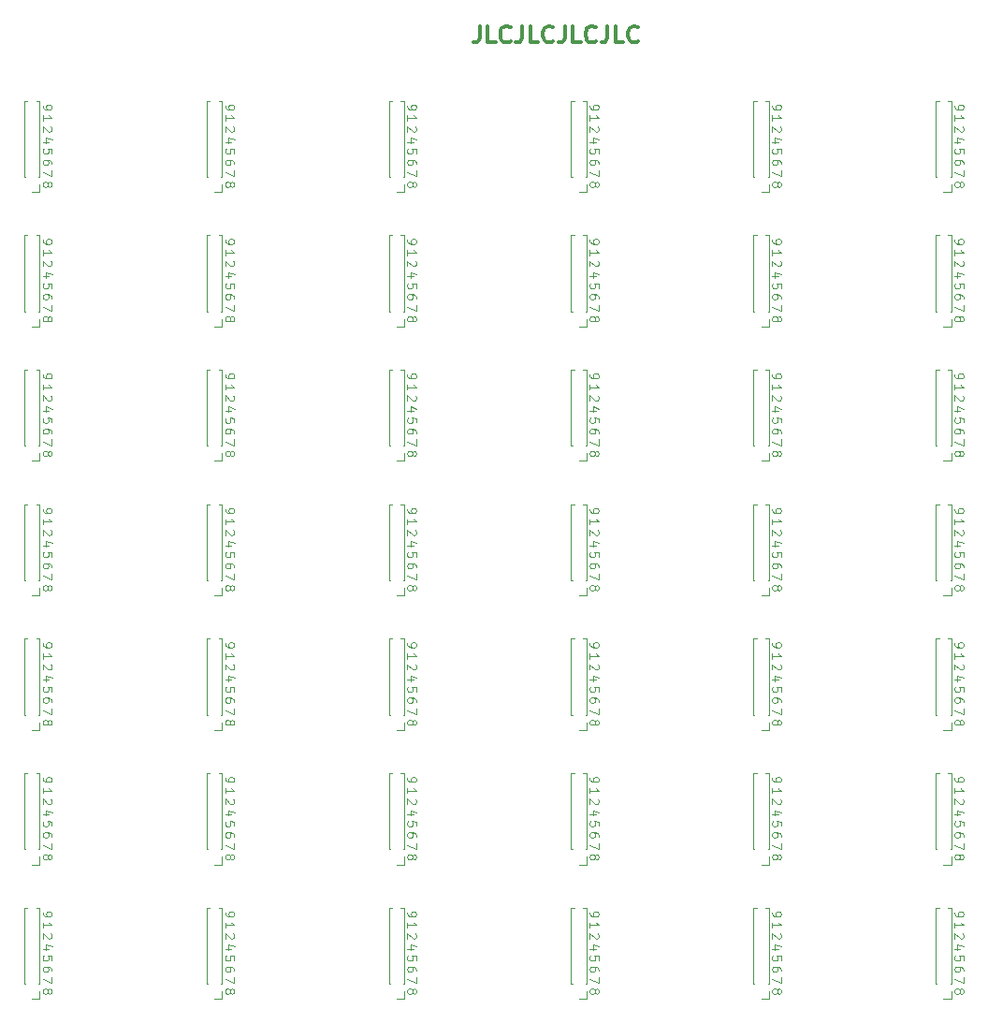
<source format=gto>
%TF.GenerationSoftware,KiCad,Pcbnew,(6.0.2)*%
%TF.CreationDate,2022-02-28T22:32:22+01:00*%
%TF.ProjectId,microsd-breakout-6x7,6d696372-6f73-4642-9d62-7265616b6f75,rev?*%
%TF.SameCoordinates,Original*%
%TF.FileFunction,Legend,Top*%
%TF.FilePolarity,Positive*%
%FSLAX46Y46*%
G04 Gerber Fmt 4.6, Leading zero omitted, Abs format (unit mm)*
G04 Created by KiCad (PCBNEW (6.0.2)) date 2022-02-28 22:32:22*
%MOMM*%
%LPD*%
G01*
G04 APERTURE LIST*
%ADD10C,0.100000*%
%ADD11C,0.300000*%
%ADD12C,0.120000*%
G04 APERTURE END LIST*
D10*
X62088108Y-52334978D02*
X62088108Y-52182598D01*
X62050013Y-52106407D01*
X62011917Y-52068312D01*
X61897632Y-51992121D01*
X61745251Y-51954026D01*
X61440489Y-51954026D01*
X61364298Y-51992121D01*
X61326203Y-52030217D01*
X61288108Y-52106407D01*
X61288108Y-52258788D01*
X61326203Y-52334978D01*
X61364298Y-52373074D01*
X61440489Y-52411169D01*
X61630965Y-52411169D01*
X61707155Y-52373074D01*
X61745251Y-52334978D01*
X61783346Y-52258788D01*
X61783346Y-52106407D01*
X61745251Y-52030217D01*
X61707155Y-51992121D01*
X61630965Y-51954026D01*
X45588082Y-52334978D02*
X45588082Y-52182598D01*
X45549987Y-52106407D01*
X45511891Y-52068312D01*
X45397606Y-51992121D01*
X45245225Y-51954026D01*
X44940463Y-51954026D01*
X44864272Y-51992121D01*
X44826177Y-52030217D01*
X44788082Y-52106407D01*
X44788082Y-52258788D01*
X44826177Y-52334978D01*
X44864272Y-52373074D01*
X44940463Y-52411169D01*
X45130939Y-52411169D01*
X45207129Y-52373074D01*
X45245225Y-52334978D01*
X45283320Y-52258788D01*
X45283320Y-52106407D01*
X45245225Y-52030217D01*
X45207129Y-51992121D01*
X45130939Y-51954026D01*
X78588134Y-52334978D02*
X78588134Y-52182598D01*
X78550039Y-52106407D01*
X78511943Y-52068312D01*
X78397658Y-51992121D01*
X78245277Y-51954026D01*
X77940515Y-51954026D01*
X77864324Y-51992121D01*
X77826229Y-52030217D01*
X77788134Y-52106407D01*
X77788134Y-52258788D01*
X77826229Y-52334978D01*
X77864324Y-52373074D01*
X77940515Y-52411169D01*
X78130991Y-52411169D01*
X78207181Y-52373074D01*
X78245277Y-52334978D01*
X78283372Y-52258788D01*
X78283372Y-52106407D01*
X78245277Y-52030217D01*
X78207181Y-51992121D01*
X78130991Y-51954026D01*
X95088160Y-52334978D02*
X95088160Y-52182598D01*
X95050065Y-52106407D01*
X95011969Y-52068312D01*
X94897684Y-51992121D01*
X94745303Y-51954026D01*
X94440541Y-51954026D01*
X94364350Y-51992121D01*
X94326255Y-52030217D01*
X94288160Y-52106407D01*
X94288160Y-52258788D01*
X94326255Y-52334978D01*
X94364350Y-52373074D01*
X94440541Y-52411169D01*
X94631017Y-52411169D01*
X94707207Y-52373074D01*
X94745303Y-52334978D01*
X94783398Y-52258788D01*
X94783398Y-52106407D01*
X94745303Y-52030217D01*
X94707207Y-51992121D01*
X94631017Y-51954026D01*
X111588186Y-52334978D02*
X111588186Y-52182598D01*
X111550091Y-52106407D01*
X111511995Y-52068312D01*
X111397710Y-51992121D01*
X111245329Y-51954026D01*
X110940567Y-51954026D01*
X110864376Y-51992121D01*
X110826281Y-52030217D01*
X110788186Y-52106407D01*
X110788186Y-52258788D01*
X110826281Y-52334978D01*
X110864376Y-52373074D01*
X110940567Y-52411169D01*
X111131043Y-52411169D01*
X111207233Y-52373074D01*
X111245329Y-52334978D01*
X111283424Y-52258788D01*
X111283424Y-52106407D01*
X111245329Y-52030217D01*
X111207233Y-51992121D01*
X111131043Y-51954026D01*
X45588082Y-64500210D02*
X45588082Y-64347830D01*
X45549987Y-64271639D01*
X45511891Y-64233544D01*
X45397606Y-64157353D01*
X45245225Y-64119258D01*
X44940463Y-64119258D01*
X44864272Y-64157353D01*
X44826177Y-64195449D01*
X44788082Y-64271639D01*
X44788082Y-64424020D01*
X44826177Y-64500210D01*
X44864272Y-64538306D01*
X44940463Y-64576401D01*
X45130939Y-64576401D01*
X45207129Y-64538306D01*
X45245225Y-64500210D01*
X45283320Y-64424020D01*
X45283320Y-64271639D01*
X45245225Y-64195449D01*
X45207129Y-64157353D01*
X45130939Y-64119258D01*
X128088212Y-52334978D02*
X128088212Y-52182598D01*
X128050117Y-52106407D01*
X128012021Y-52068312D01*
X127897736Y-51992121D01*
X127745355Y-51954026D01*
X127440593Y-51954026D01*
X127364402Y-51992121D01*
X127326307Y-52030217D01*
X127288212Y-52106407D01*
X127288212Y-52258788D01*
X127326307Y-52334978D01*
X127364402Y-52373074D01*
X127440593Y-52411169D01*
X127631069Y-52411169D01*
X127707259Y-52373074D01*
X127745355Y-52334978D01*
X127783450Y-52258788D01*
X127783450Y-52106407D01*
X127745355Y-52030217D01*
X127707259Y-51992121D01*
X127631069Y-51954026D01*
X62088108Y-64500210D02*
X62088108Y-64347830D01*
X62050013Y-64271639D01*
X62011917Y-64233544D01*
X61897632Y-64157353D01*
X61745251Y-64119258D01*
X61440489Y-64119258D01*
X61364298Y-64157353D01*
X61326203Y-64195449D01*
X61288108Y-64271639D01*
X61288108Y-64424020D01*
X61326203Y-64500210D01*
X61364298Y-64538306D01*
X61440489Y-64576401D01*
X61630965Y-64576401D01*
X61707155Y-64538306D01*
X61745251Y-64500210D01*
X61783346Y-64424020D01*
X61783346Y-64271639D01*
X61745251Y-64195449D01*
X61707155Y-64157353D01*
X61630965Y-64119258D01*
X78588134Y-64500210D02*
X78588134Y-64347830D01*
X78550039Y-64271639D01*
X78511943Y-64233544D01*
X78397658Y-64157353D01*
X78245277Y-64119258D01*
X77940515Y-64119258D01*
X77864324Y-64157353D01*
X77826229Y-64195449D01*
X77788134Y-64271639D01*
X77788134Y-64424020D01*
X77826229Y-64500210D01*
X77864324Y-64538306D01*
X77940515Y-64576401D01*
X78130991Y-64576401D01*
X78207181Y-64538306D01*
X78245277Y-64500210D01*
X78283372Y-64424020D01*
X78283372Y-64271639D01*
X78245277Y-64195449D01*
X78207181Y-64157353D01*
X78130991Y-64119258D01*
X95088160Y-64500210D02*
X95088160Y-64347830D01*
X95050065Y-64271639D01*
X95011969Y-64233544D01*
X94897684Y-64157353D01*
X94745303Y-64119258D01*
X94440541Y-64119258D01*
X94364350Y-64157353D01*
X94326255Y-64195449D01*
X94288160Y-64271639D01*
X94288160Y-64424020D01*
X94326255Y-64500210D01*
X94364350Y-64538306D01*
X94440541Y-64576401D01*
X94631017Y-64576401D01*
X94707207Y-64538306D01*
X94745303Y-64500210D01*
X94783398Y-64424020D01*
X94783398Y-64271639D01*
X94745303Y-64195449D01*
X94707207Y-64157353D01*
X94631017Y-64119258D01*
X111588186Y-64500210D02*
X111588186Y-64347830D01*
X111550091Y-64271639D01*
X111511995Y-64233544D01*
X111397710Y-64157353D01*
X111245329Y-64119258D01*
X110940567Y-64119258D01*
X110864376Y-64157353D01*
X110826281Y-64195449D01*
X110788186Y-64271639D01*
X110788186Y-64424020D01*
X110826281Y-64500210D01*
X110864376Y-64538306D01*
X110940567Y-64576401D01*
X111131043Y-64576401D01*
X111207233Y-64538306D01*
X111245329Y-64500210D01*
X111283424Y-64424020D01*
X111283424Y-64271639D01*
X111245329Y-64195449D01*
X111207233Y-64157353D01*
X111131043Y-64119258D01*
X128088212Y-64500210D02*
X128088212Y-64347830D01*
X128050117Y-64271639D01*
X128012021Y-64233544D01*
X127897736Y-64157353D01*
X127745355Y-64119258D01*
X127440593Y-64119258D01*
X127364402Y-64157353D01*
X127326307Y-64195449D01*
X127288212Y-64271639D01*
X127288212Y-64424020D01*
X127326307Y-64500210D01*
X127364402Y-64538306D01*
X127440593Y-64576401D01*
X127631069Y-64576401D01*
X127707259Y-64538306D01*
X127745355Y-64500210D01*
X127783450Y-64424020D01*
X127783450Y-64271639D01*
X127745355Y-64195449D01*
X127707259Y-64157353D01*
X127631069Y-64119258D01*
X62088108Y-76665442D02*
X62088108Y-76513062D01*
X62050013Y-76436871D01*
X62011917Y-76398776D01*
X61897632Y-76322585D01*
X61745251Y-76284490D01*
X61440489Y-76284490D01*
X61364298Y-76322585D01*
X61326203Y-76360681D01*
X61288108Y-76436871D01*
X61288108Y-76589252D01*
X61326203Y-76665442D01*
X61364298Y-76703538D01*
X61440489Y-76741633D01*
X61630965Y-76741633D01*
X61707155Y-76703538D01*
X61745251Y-76665442D01*
X61783346Y-76589252D01*
X61783346Y-76436871D01*
X61745251Y-76360681D01*
X61707155Y-76322585D01*
X61630965Y-76284490D01*
X45588082Y-76665442D02*
X45588082Y-76513062D01*
X45549987Y-76436871D01*
X45511891Y-76398776D01*
X45397606Y-76322585D01*
X45245225Y-76284490D01*
X44940463Y-76284490D01*
X44864272Y-76322585D01*
X44826177Y-76360681D01*
X44788082Y-76436871D01*
X44788082Y-76589252D01*
X44826177Y-76665442D01*
X44864272Y-76703538D01*
X44940463Y-76741633D01*
X45130939Y-76741633D01*
X45207129Y-76703538D01*
X45245225Y-76665442D01*
X45283320Y-76589252D01*
X45283320Y-76436871D01*
X45245225Y-76360681D01*
X45207129Y-76322585D01*
X45130939Y-76284490D01*
X78588134Y-76665442D02*
X78588134Y-76513062D01*
X78550039Y-76436871D01*
X78511943Y-76398776D01*
X78397658Y-76322585D01*
X78245277Y-76284490D01*
X77940515Y-76284490D01*
X77864324Y-76322585D01*
X77826229Y-76360681D01*
X77788134Y-76436871D01*
X77788134Y-76589252D01*
X77826229Y-76665442D01*
X77864324Y-76703538D01*
X77940515Y-76741633D01*
X78130991Y-76741633D01*
X78207181Y-76703538D01*
X78245277Y-76665442D01*
X78283372Y-76589252D01*
X78283372Y-76436871D01*
X78245277Y-76360681D01*
X78207181Y-76322585D01*
X78130991Y-76284490D01*
X95088160Y-76665442D02*
X95088160Y-76513062D01*
X95050065Y-76436871D01*
X95011969Y-76398776D01*
X94897684Y-76322585D01*
X94745303Y-76284490D01*
X94440541Y-76284490D01*
X94364350Y-76322585D01*
X94326255Y-76360681D01*
X94288160Y-76436871D01*
X94288160Y-76589252D01*
X94326255Y-76665442D01*
X94364350Y-76703538D01*
X94440541Y-76741633D01*
X94631017Y-76741633D01*
X94707207Y-76703538D01*
X94745303Y-76665442D01*
X94783398Y-76589252D01*
X94783398Y-76436871D01*
X94745303Y-76360681D01*
X94707207Y-76322585D01*
X94631017Y-76284490D01*
X111588186Y-76665442D02*
X111588186Y-76513062D01*
X111550091Y-76436871D01*
X111511995Y-76398776D01*
X111397710Y-76322585D01*
X111245329Y-76284490D01*
X110940567Y-76284490D01*
X110864376Y-76322585D01*
X110826281Y-76360681D01*
X110788186Y-76436871D01*
X110788186Y-76589252D01*
X110826281Y-76665442D01*
X110864376Y-76703538D01*
X110940567Y-76741633D01*
X111131043Y-76741633D01*
X111207233Y-76703538D01*
X111245329Y-76665442D01*
X111283424Y-76589252D01*
X111283424Y-76436871D01*
X111245329Y-76360681D01*
X111207233Y-76322585D01*
X111131043Y-76284490D01*
X128088212Y-76665442D02*
X128088212Y-76513062D01*
X128050117Y-76436871D01*
X128012021Y-76398776D01*
X127897736Y-76322585D01*
X127745355Y-76284490D01*
X127440593Y-76284490D01*
X127364402Y-76322585D01*
X127326307Y-76360681D01*
X127288212Y-76436871D01*
X127288212Y-76589252D01*
X127326307Y-76665442D01*
X127364402Y-76703538D01*
X127440593Y-76741633D01*
X127631069Y-76741633D01*
X127707259Y-76703538D01*
X127745355Y-76665442D01*
X127783450Y-76589252D01*
X127783450Y-76436871D01*
X127745355Y-76360681D01*
X127707259Y-76322585D01*
X127631069Y-76284490D01*
X62088108Y-88830674D02*
X62088108Y-88678294D01*
X62050013Y-88602103D01*
X62011917Y-88564008D01*
X61897632Y-88487817D01*
X61745251Y-88449722D01*
X61440489Y-88449722D01*
X61364298Y-88487817D01*
X61326203Y-88525913D01*
X61288108Y-88602103D01*
X61288108Y-88754484D01*
X61326203Y-88830674D01*
X61364298Y-88868770D01*
X61440489Y-88906865D01*
X61630965Y-88906865D01*
X61707155Y-88868770D01*
X61745251Y-88830674D01*
X61783346Y-88754484D01*
X61783346Y-88602103D01*
X61745251Y-88525913D01*
X61707155Y-88487817D01*
X61630965Y-88449722D01*
X45588082Y-88830674D02*
X45588082Y-88678294D01*
X45549987Y-88602103D01*
X45511891Y-88564008D01*
X45397606Y-88487817D01*
X45245225Y-88449722D01*
X44940463Y-88449722D01*
X44864272Y-88487817D01*
X44826177Y-88525913D01*
X44788082Y-88602103D01*
X44788082Y-88754484D01*
X44826177Y-88830674D01*
X44864272Y-88868770D01*
X44940463Y-88906865D01*
X45130939Y-88906865D01*
X45207129Y-88868770D01*
X45245225Y-88830674D01*
X45283320Y-88754484D01*
X45283320Y-88602103D01*
X45245225Y-88525913D01*
X45207129Y-88487817D01*
X45130939Y-88449722D01*
X78588134Y-88830674D02*
X78588134Y-88678294D01*
X78550039Y-88602103D01*
X78511943Y-88564008D01*
X78397658Y-88487817D01*
X78245277Y-88449722D01*
X77940515Y-88449722D01*
X77864324Y-88487817D01*
X77826229Y-88525913D01*
X77788134Y-88602103D01*
X77788134Y-88754484D01*
X77826229Y-88830674D01*
X77864324Y-88868770D01*
X77940515Y-88906865D01*
X78130991Y-88906865D01*
X78207181Y-88868770D01*
X78245277Y-88830674D01*
X78283372Y-88754484D01*
X78283372Y-88602103D01*
X78245277Y-88525913D01*
X78207181Y-88487817D01*
X78130991Y-88449722D01*
X95088160Y-88830674D02*
X95088160Y-88678294D01*
X95050065Y-88602103D01*
X95011969Y-88564008D01*
X94897684Y-88487817D01*
X94745303Y-88449722D01*
X94440541Y-88449722D01*
X94364350Y-88487817D01*
X94326255Y-88525913D01*
X94288160Y-88602103D01*
X94288160Y-88754484D01*
X94326255Y-88830674D01*
X94364350Y-88868770D01*
X94440541Y-88906865D01*
X94631017Y-88906865D01*
X94707207Y-88868770D01*
X94745303Y-88830674D01*
X94783398Y-88754484D01*
X94783398Y-88602103D01*
X94745303Y-88525913D01*
X94707207Y-88487817D01*
X94631017Y-88449722D01*
X111588186Y-88830674D02*
X111588186Y-88678294D01*
X111550091Y-88602103D01*
X111511995Y-88564008D01*
X111397710Y-88487817D01*
X111245329Y-88449722D01*
X110940567Y-88449722D01*
X110864376Y-88487817D01*
X110826281Y-88525913D01*
X110788186Y-88602103D01*
X110788186Y-88754484D01*
X110826281Y-88830674D01*
X110864376Y-88868770D01*
X110940567Y-88906865D01*
X111131043Y-88906865D01*
X111207233Y-88868770D01*
X111245329Y-88830674D01*
X111283424Y-88754484D01*
X111283424Y-88602103D01*
X111245329Y-88525913D01*
X111207233Y-88487817D01*
X111131043Y-88449722D01*
X128088212Y-88830674D02*
X128088212Y-88678294D01*
X128050117Y-88602103D01*
X128012021Y-88564008D01*
X127897736Y-88487817D01*
X127745355Y-88449722D01*
X127440593Y-88449722D01*
X127364402Y-88487817D01*
X127326307Y-88525913D01*
X127288212Y-88602103D01*
X127288212Y-88754484D01*
X127326307Y-88830674D01*
X127364402Y-88868770D01*
X127440593Y-88906865D01*
X127631069Y-88906865D01*
X127707259Y-88868770D01*
X127745355Y-88830674D01*
X127783450Y-88754484D01*
X127783450Y-88602103D01*
X127745355Y-88525913D01*
X127707259Y-88487817D01*
X127631069Y-88449722D01*
X45588082Y-100995906D02*
X45588082Y-100843526D01*
X45549987Y-100767335D01*
X45511891Y-100729240D01*
X45397606Y-100653049D01*
X45245225Y-100614954D01*
X44940463Y-100614954D01*
X44864272Y-100653049D01*
X44826177Y-100691145D01*
X44788082Y-100767335D01*
X44788082Y-100919716D01*
X44826177Y-100995906D01*
X44864272Y-101034002D01*
X44940463Y-101072097D01*
X45130939Y-101072097D01*
X45207129Y-101034002D01*
X45245225Y-100995906D01*
X45283320Y-100919716D01*
X45283320Y-100767335D01*
X45245225Y-100691145D01*
X45207129Y-100653049D01*
X45130939Y-100614954D01*
X62088108Y-100995906D02*
X62088108Y-100843526D01*
X62050013Y-100767335D01*
X62011917Y-100729240D01*
X61897632Y-100653049D01*
X61745251Y-100614954D01*
X61440489Y-100614954D01*
X61364298Y-100653049D01*
X61326203Y-100691145D01*
X61288108Y-100767335D01*
X61288108Y-100919716D01*
X61326203Y-100995906D01*
X61364298Y-101034002D01*
X61440489Y-101072097D01*
X61630965Y-101072097D01*
X61707155Y-101034002D01*
X61745251Y-100995906D01*
X61783346Y-100919716D01*
X61783346Y-100767335D01*
X61745251Y-100691145D01*
X61707155Y-100653049D01*
X61630965Y-100614954D01*
X78588134Y-100995906D02*
X78588134Y-100843526D01*
X78550039Y-100767335D01*
X78511943Y-100729240D01*
X78397658Y-100653049D01*
X78245277Y-100614954D01*
X77940515Y-100614954D01*
X77864324Y-100653049D01*
X77826229Y-100691145D01*
X77788134Y-100767335D01*
X77788134Y-100919716D01*
X77826229Y-100995906D01*
X77864324Y-101034002D01*
X77940515Y-101072097D01*
X78130991Y-101072097D01*
X78207181Y-101034002D01*
X78245277Y-100995906D01*
X78283372Y-100919716D01*
X78283372Y-100767335D01*
X78245277Y-100691145D01*
X78207181Y-100653049D01*
X78130991Y-100614954D01*
X95088160Y-100995906D02*
X95088160Y-100843526D01*
X95050065Y-100767335D01*
X95011969Y-100729240D01*
X94897684Y-100653049D01*
X94745303Y-100614954D01*
X94440541Y-100614954D01*
X94364350Y-100653049D01*
X94326255Y-100691145D01*
X94288160Y-100767335D01*
X94288160Y-100919716D01*
X94326255Y-100995906D01*
X94364350Y-101034002D01*
X94440541Y-101072097D01*
X94631017Y-101072097D01*
X94707207Y-101034002D01*
X94745303Y-100995906D01*
X94783398Y-100919716D01*
X94783398Y-100767335D01*
X94745303Y-100691145D01*
X94707207Y-100653049D01*
X94631017Y-100614954D01*
X111588186Y-100995906D02*
X111588186Y-100843526D01*
X111550091Y-100767335D01*
X111511995Y-100729240D01*
X111397710Y-100653049D01*
X111245329Y-100614954D01*
X110940567Y-100614954D01*
X110864376Y-100653049D01*
X110826281Y-100691145D01*
X110788186Y-100767335D01*
X110788186Y-100919716D01*
X110826281Y-100995906D01*
X110864376Y-101034002D01*
X110940567Y-101072097D01*
X111131043Y-101072097D01*
X111207233Y-101034002D01*
X111245329Y-100995906D01*
X111283424Y-100919716D01*
X111283424Y-100767335D01*
X111245329Y-100691145D01*
X111207233Y-100653049D01*
X111131043Y-100614954D01*
X62088108Y-113161138D02*
X62088108Y-113008758D01*
X62050013Y-112932567D01*
X62011917Y-112894472D01*
X61897632Y-112818281D01*
X61745251Y-112780186D01*
X61440489Y-112780186D01*
X61364298Y-112818281D01*
X61326203Y-112856377D01*
X61288108Y-112932567D01*
X61288108Y-113084948D01*
X61326203Y-113161138D01*
X61364298Y-113199234D01*
X61440489Y-113237329D01*
X61630965Y-113237329D01*
X61707155Y-113199234D01*
X61745251Y-113161138D01*
X61783346Y-113084948D01*
X61783346Y-112932567D01*
X61745251Y-112856377D01*
X61707155Y-112818281D01*
X61630965Y-112780186D01*
X128088212Y-100995906D02*
X128088212Y-100843526D01*
X128050117Y-100767335D01*
X128012021Y-100729240D01*
X127897736Y-100653049D01*
X127745355Y-100614954D01*
X127440593Y-100614954D01*
X127364402Y-100653049D01*
X127326307Y-100691145D01*
X127288212Y-100767335D01*
X127288212Y-100919716D01*
X127326307Y-100995906D01*
X127364402Y-101034002D01*
X127440593Y-101072097D01*
X127631069Y-101072097D01*
X127707259Y-101034002D01*
X127745355Y-100995906D01*
X127783450Y-100919716D01*
X127783450Y-100767335D01*
X127745355Y-100691145D01*
X127707259Y-100653049D01*
X127631069Y-100614954D01*
X95088160Y-113161138D02*
X95088160Y-113008758D01*
X95050065Y-112932567D01*
X95011969Y-112894472D01*
X94897684Y-112818281D01*
X94745303Y-112780186D01*
X94440541Y-112780186D01*
X94364350Y-112818281D01*
X94326255Y-112856377D01*
X94288160Y-112932567D01*
X94288160Y-113084948D01*
X94326255Y-113161138D01*
X94364350Y-113199234D01*
X94440541Y-113237329D01*
X94631017Y-113237329D01*
X94707207Y-113199234D01*
X94745303Y-113161138D01*
X94783398Y-113084948D01*
X94783398Y-112932567D01*
X94745303Y-112856377D01*
X94707207Y-112818281D01*
X94631017Y-112780186D01*
X45588082Y-113161138D02*
X45588082Y-113008758D01*
X45549987Y-112932567D01*
X45511891Y-112894472D01*
X45397606Y-112818281D01*
X45245225Y-112780186D01*
X44940463Y-112780186D01*
X44864272Y-112818281D01*
X44826177Y-112856377D01*
X44788082Y-112932567D01*
X44788082Y-113084948D01*
X44826177Y-113161138D01*
X44864272Y-113199234D01*
X44940463Y-113237329D01*
X45130939Y-113237329D01*
X45207129Y-113199234D01*
X45245225Y-113161138D01*
X45283320Y-113084948D01*
X45283320Y-112932567D01*
X45245225Y-112856377D01*
X45207129Y-112818281D01*
X45130939Y-112780186D01*
X78588134Y-113161138D02*
X78588134Y-113008758D01*
X78550039Y-112932567D01*
X78511943Y-112894472D01*
X78397658Y-112818281D01*
X78245277Y-112780186D01*
X77940515Y-112780186D01*
X77864324Y-112818281D01*
X77826229Y-112856377D01*
X77788134Y-112932567D01*
X77788134Y-113084948D01*
X77826229Y-113161138D01*
X77864324Y-113199234D01*
X77940515Y-113237329D01*
X78130991Y-113237329D01*
X78207181Y-113199234D01*
X78245277Y-113161138D01*
X78283372Y-113084948D01*
X78283372Y-112932567D01*
X78245277Y-112856377D01*
X78207181Y-112818281D01*
X78130991Y-112780186D01*
X111588186Y-113161138D02*
X111588186Y-113008758D01*
X111550091Y-112932567D01*
X111511995Y-112894472D01*
X111397710Y-112818281D01*
X111245329Y-112780186D01*
X110940567Y-112780186D01*
X110864376Y-112818281D01*
X110826281Y-112856377D01*
X110788186Y-112932567D01*
X110788186Y-113084948D01*
X110826281Y-113161138D01*
X110864376Y-113199234D01*
X110940567Y-113237329D01*
X111131043Y-113237329D01*
X111207233Y-113199234D01*
X111245329Y-113161138D01*
X111283424Y-113084948D01*
X111283424Y-112932567D01*
X111245329Y-112856377D01*
X111207233Y-112818281D01*
X111131043Y-112780186D01*
X45588082Y-125326370D02*
X45588082Y-125173990D01*
X45549987Y-125097799D01*
X45511891Y-125059704D01*
X45397606Y-124983513D01*
X45245225Y-124945418D01*
X44940463Y-124945418D01*
X44864272Y-124983513D01*
X44826177Y-125021609D01*
X44788082Y-125097799D01*
X44788082Y-125250180D01*
X44826177Y-125326370D01*
X44864272Y-125364466D01*
X44940463Y-125402561D01*
X45130939Y-125402561D01*
X45207129Y-125364466D01*
X45245225Y-125326370D01*
X45283320Y-125250180D01*
X45283320Y-125097799D01*
X45245225Y-125021609D01*
X45207129Y-124983513D01*
X45130939Y-124945418D01*
X62088108Y-125326370D02*
X62088108Y-125173990D01*
X62050013Y-125097799D01*
X62011917Y-125059704D01*
X61897632Y-124983513D01*
X61745251Y-124945418D01*
X61440489Y-124945418D01*
X61364298Y-124983513D01*
X61326203Y-125021609D01*
X61288108Y-125097799D01*
X61288108Y-125250180D01*
X61326203Y-125326370D01*
X61364298Y-125364466D01*
X61440489Y-125402561D01*
X61630965Y-125402561D01*
X61707155Y-125364466D01*
X61745251Y-125326370D01*
X61783346Y-125250180D01*
X61783346Y-125097799D01*
X61745251Y-125021609D01*
X61707155Y-124983513D01*
X61630965Y-124945418D01*
X128088212Y-113161138D02*
X128088212Y-113008758D01*
X128050117Y-112932567D01*
X128012021Y-112894472D01*
X127897736Y-112818281D01*
X127745355Y-112780186D01*
X127440593Y-112780186D01*
X127364402Y-112818281D01*
X127326307Y-112856377D01*
X127288212Y-112932567D01*
X127288212Y-113084948D01*
X127326307Y-113161138D01*
X127364402Y-113199234D01*
X127440593Y-113237329D01*
X127631069Y-113237329D01*
X127707259Y-113199234D01*
X127745355Y-113161138D01*
X127783450Y-113084948D01*
X127783450Y-112932567D01*
X127745355Y-112856377D01*
X127707259Y-112818281D01*
X127631069Y-112780186D01*
X95088160Y-125326370D02*
X95088160Y-125173990D01*
X95050065Y-125097799D01*
X95011969Y-125059704D01*
X94897684Y-124983513D01*
X94745303Y-124945418D01*
X94440541Y-124945418D01*
X94364350Y-124983513D01*
X94326255Y-125021609D01*
X94288160Y-125097799D01*
X94288160Y-125250180D01*
X94326255Y-125326370D01*
X94364350Y-125364466D01*
X94440541Y-125402561D01*
X94631017Y-125402561D01*
X94707207Y-125364466D01*
X94745303Y-125326370D01*
X94783398Y-125250180D01*
X94783398Y-125097799D01*
X94745303Y-125021609D01*
X94707207Y-124983513D01*
X94631017Y-124945418D01*
X111588186Y-125326370D02*
X111588186Y-125173990D01*
X111550091Y-125097799D01*
X111511995Y-125059704D01*
X111397710Y-124983513D01*
X111245329Y-124945418D01*
X110940567Y-124945418D01*
X110864376Y-124983513D01*
X110826281Y-125021609D01*
X110788186Y-125097799D01*
X110788186Y-125250180D01*
X110826281Y-125326370D01*
X110864376Y-125364466D01*
X110940567Y-125402561D01*
X111131043Y-125402561D01*
X111207233Y-125364466D01*
X111245329Y-125326370D01*
X111283424Y-125250180D01*
X111283424Y-125097799D01*
X111245329Y-125021609D01*
X111207233Y-124983513D01*
X111131043Y-124945418D01*
X78588134Y-125326370D02*
X78588134Y-125173990D01*
X78550039Y-125097799D01*
X78511943Y-125059704D01*
X78397658Y-124983513D01*
X78245277Y-124945418D01*
X77940515Y-124945418D01*
X77864324Y-124983513D01*
X77826229Y-125021609D01*
X77788134Y-125097799D01*
X77788134Y-125250180D01*
X77826229Y-125326370D01*
X77864324Y-125364466D01*
X77940515Y-125402561D01*
X78130991Y-125402561D01*
X78207181Y-125364466D01*
X78245277Y-125326370D01*
X78283372Y-125250180D01*
X78283372Y-125097799D01*
X78245277Y-125021609D01*
X78207181Y-124983513D01*
X78130991Y-124945418D01*
X128088212Y-125326370D02*
X128088212Y-125173990D01*
X128050117Y-125097799D01*
X128012021Y-125059704D01*
X127897736Y-124983513D01*
X127745355Y-124945418D01*
X127440593Y-124945418D01*
X127364402Y-124983513D01*
X127326307Y-125021609D01*
X127288212Y-125097799D01*
X127288212Y-125250180D01*
X127326307Y-125326370D01*
X127364402Y-125364466D01*
X127440593Y-125402561D01*
X127631069Y-125402561D01*
X127707259Y-125364466D01*
X127745355Y-125326370D01*
X127783450Y-125250180D01*
X127783450Y-125097799D01*
X127745355Y-125021609D01*
X127707259Y-124983513D01*
X127631069Y-124945418D01*
X61288108Y-47030217D02*
X61288108Y-47182598D01*
X61326203Y-47258788D01*
X61364298Y-47296883D01*
X61478584Y-47373074D01*
X61630965Y-47411169D01*
X61935727Y-47411169D01*
X62011917Y-47373074D01*
X62050013Y-47334978D01*
X62088108Y-47258788D01*
X62088108Y-47106407D01*
X62050013Y-47030217D01*
X62011917Y-46992121D01*
X61935727Y-46954026D01*
X61745251Y-46954026D01*
X61669060Y-46992121D01*
X61630965Y-47030217D01*
X61592870Y-47106407D01*
X61592870Y-47258788D01*
X61630965Y-47334978D01*
X61669060Y-47373074D01*
X61745251Y-47411169D01*
X44788082Y-47030217D02*
X44788082Y-47182598D01*
X44826177Y-47258788D01*
X44864272Y-47296883D01*
X44978558Y-47373074D01*
X45130939Y-47411169D01*
X45435701Y-47411169D01*
X45511891Y-47373074D01*
X45549987Y-47334978D01*
X45588082Y-47258788D01*
X45588082Y-47106407D01*
X45549987Y-47030217D01*
X45511891Y-46992121D01*
X45435701Y-46954026D01*
X45245225Y-46954026D01*
X45169034Y-46992121D01*
X45130939Y-47030217D01*
X45092844Y-47106407D01*
X45092844Y-47258788D01*
X45130939Y-47334978D01*
X45169034Y-47373074D01*
X45245225Y-47411169D01*
X77788134Y-47030217D02*
X77788134Y-47182598D01*
X77826229Y-47258788D01*
X77864324Y-47296883D01*
X77978610Y-47373074D01*
X78130991Y-47411169D01*
X78435753Y-47411169D01*
X78511943Y-47373074D01*
X78550039Y-47334978D01*
X78588134Y-47258788D01*
X78588134Y-47106407D01*
X78550039Y-47030217D01*
X78511943Y-46992121D01*
X78435753Y-46954026D01*
X78245277Y-46954026D01*
X78169086Y-46992121D01*
X78130991Y-47030217D01*
X78092896Y-47106407D01*
X78092896Y-47258788D01*
X78130991Y-47334978D01*
X78169086Y-47373074D01*
X78245277Y-47411169D01*
X94288160Y-47030217D02*
X94288160Y-47182598D01*
X94326255Y-47258788D01*
X94364350Y-47296883D01*
X94478636Y-47373074D01*
X94631017Y-47411169D01*
X94935779Y-47411169D01*
X95011969Y-47373074D01*
X95050065Y-47334978D01*
X95088160Y-47258788D01*
X95088160Y-47106407D01*
X95050065Y-47030217D01*
X95011969Y-46992121D01*
X94935779Y-46954026D01*
X94745303Y-46954026D01*
X94669112Y-46992121D01*
X94631017Y-47030217D01*
X94592922Y-47106407D01*
X94592922Y-47258788D01*
X94631017Y-47334978D01*
X94669112Y-47373074D01*
X94745303Y-47411169D01*
X110788186Y-47030217D02*
X110788186Y-47182598D01*
X110826281Y-47258788D01*
X110864376Y-47296883D01*
X110978662Y-47373074D01*
X111131043Y-47411169D01*
X111435805Y-47411169D01*
X111511995Y-47373074D01*
X111550091Y-47334978D01*
X111588186Y-47258788D01*
X111588186Y-47106407D01*
X111550091Y-47030217D01*
X111511995Y-46992121D01*
X111435805Y-46954026D01*
X111245329Y-46954026D01*
X111169138Y-46992121D01*
X111131043Y-47030217D01*
X111092948Y-47106407D01*
X111092948Y-47258788D01*
X111131043Y-47334978D01*
X111169138Y-47373074D01*
X111245329Y-47411169D01*
X127288212Y-47030217D02*
X127288212Y-47182598D01*
X127326307Y-47258788D01*
X127364402Y-47296883D01*
X127478688Y-47373074D01*
X127631069Y-47411169D01*
X127935831Y-47411169D01*
X128012021Y-47373074D01*
X128050117Y-47334978D01*
X128088212Y-47258788D01*
X128088212Y-47106407D01*
X128050117Y-47030217D01*
X128012021Y-46992121D01*
X127935831Y-46954026D01*
X127745355Y-46954026D01*
X127669164Y-46992121D01*
X127631069Y-47030217D01*
X127592974Y-47106407D01*
X127592974Y-47258788D01*
X127631069Y-47334978D01*
X127669164Y-47373074D01*
X127745355Y-47411169D01*
X44788082Y-59195449D02*
X44788082Y-59347830D01*
X44826177Y-59424020D01*
X44864272Y-59462115D01*
X44978558Y-59538306D01*
X45130939Y-59576401D01*
X45435701Y-59576401D01*
X45511891Y-59538306D01*
X45549987Y-59500210D01*
X45588082Y-59424020D01*
X45588082Y-59271639D01*
X45549987Y-59195449D01*
X45511891Y-59157353D01*
X45435701Y-59119258D01*
X45245225Y-59119258D01*
X45169034Y-59157353D01*
X45130939Y-59195449D01*
X45092844Y-59271639D01*
X45092844Y-59424020D01*
X45130939Y-59500210D01*
X45169034Y-59538306D01*
X45245225Y-59576401D01*
X61288108Y-59195449D02*
X61288108Y-59347830D01*
X61326203Y-59424020D01*
X61364298Y-59462115D01*
X61478584Y-59538306D01*
X61630965Y-59576401D01*
X61935727Y-59576401D01*
X62011917Y-59538306D01*
X62050013Y-59500210D01*
X62088108Y-59424020D01*
X62088108Y-59271639D01*
X62050013Y-59195449D01*
X62011917Y-59157353D01*
X61935727Y-59119258D01*
X61745251Y-59119258D01*
X61669060Y-59157353D01*
X61630965Y-59195449D01*
X61592870Y-59271639D01*
X61592870Y-59424020D01*
X61630965Y-59500210D01*
X61669060Y-59538306D01*
X61745251Y-59576401D01*
X77788134Y-59195449D02*
X77788134Y-59347830D01*
X77826229Y-59424020D01*
X77864324Y-59462115D01*
X77978610Y-59538306D01*
X78130991Y-59576401D01*
X78435753Y-59576401D01*
X78511943Y-59538306D01*
X78550039Y-59500210D01*
X78588134Y-59424020D01*
X78588134Y-59271639D01*
X78550039Y-59195449D01*
X78511943Y-59157353D01*
X78435753Y-59119258D01*
X78245277Y-59119258D01*
X78169086Y-59157353D01*
X78130991Y-59195449D01*
X78092896Y-59271639D01*
X78092896Y-59424020D01*
X78130991Y-59500210D01*
X78169086Y-59538306D01*
X78245277Y-59576401D01*
X94288160Y-59195449D02*
X94288160Y-59347830D01*
X94326255Y-59424020D01*
X94364350Y-59462115D01*
X94478636Y-59538306D01*
X94631017Y-59576401D01*
X94935779Y-59576401D01*
X95011969Y-59538306D01*
X95050065Y-59500210D01*
X95088160Y-59424020D01*
X95088160Y-59271639D01*
X95050065Y-59195449D01*
X95011969Y-59157353D01*
X94935779Y-59119258D01*
X94745303Y-59119258D01*
X94669112Y-59157353D01*
X94631017Y-59195449D01*
X94592922Y-59271639D01*
X94592922Y-59424020D01*
X94631017Y-59500210D01*
X94669112Y-59538306D01*
X94745303Y-59576401D01*
X110788186Y-59195449D02*
X110788186Y-59347830D01*
X110826281Y-59424020D01*
X110864376Y-59462115D01*
X110978662Y-59538306D01*
X111131043Y-59576401D01*
X111435805Y-59576401D01*
X111511995Y-59538306D01*
X111550091Y-59500210D01*
X111588186Y-59424020D01*
X111588186Y-59271639D01*
X111550091Y-59195449D01*
X111511995Y-59157353D01*
X111435805Y-59119258D01*
X111245329Y-59119258D01*
X111169138Y-59157353D01*
X111131043Y-59195449D01*
X111092948Y-59271639D01*
X111092948Y-59424020D01*
X111131043Y-59500210D01*
X111169138Y-59538306D01*
X111245329Y-59576401D01*
X127288212Y-59195449D02*
X127288212Y-59347830D01*
X127326307Y-59424020D01*
X127364402Y-59462115D01*
X127478688Y-59538306D01*
X127631069Y-59576401D01*
X127935831Y-59576401D01*
X128012021Y-59538306D01*
X128050117Y-59500210D01*
X128088212Y-59424020D01*
X128088212Y-59271639D01*
X128050117Y-59195449D01*
X128012021Y-59157353D01*
X127935831Y-59119258D01*
X127745355Y-59119258D01*
X127669164Y-59157353D01*
X127631069Y-59195449D01*
X127592974Y-59271639D01*
X127592974Y-59424020D01*
X127631069Y-59500210D01*
X127669164Y-59538306D01*
X127745355Y-59576401D01*
X44788082Y-71360681D02*
X44788082Y-71513062D01*
X44826177Y-71589252D01*
X44864272Y-71627347D01*
X44978558Y-71703538D01*
X45130939Y-71741633D01*
X45435701Y-71741633D01*
X45511891Y-71703538D01*
X45549987Y-71665442D01*
X45588082Y-71589252D01*
X45588082Y-71436871D01*
X45549987Y-71360681D01*
X45511891Y-71322585D01*
X45435701Y-71284490D01*
X45245225Y-71284490D01*
X45169034Y-71322585D01*
X45130939Y-71360681D01*
X45092844Y-71436871D01*
X45092844Y-71589252D01*
X45130939Y-71665442D01*
X45169034Y-71703538D01*
X45245225Y-71741633D01*
X61288108Y-71360681D02*
X61288108Y-71513062D01*
X61326203Y-71589252D01*
X61364298Y-71627347D01*
X61478584Y-71703538D01*
X61630965Y-71741633D01*
X61935727Y-71741633D01*
X62011917Y-71703538D01*
X62050013Y-71665442D01*
X62088108Y-71589252D01*
X62088108Y-71436871D01*
X62050013Y-71360681D01*
X62011917Y-71322585D01*
X61935727Y-71284490D01*
X61745251Y-71284490D01*
X61669060Y-71322585D01*
X61630965Y-71360681D01*
X61592870Y-71436871D01*
X61592870Y-71589252D01*
X61630965Y-71665442D01*
X61669060Y-71703538D01*
X61745251Y-71741633D01*
X77788134Y-71360681D02*
X77788134Y-71513062D01*
X77826229Y-71589252D01*
X77864324Y-71627347D01*
X77978610Y-71703538D01*
X78130991Y-71741633D01*
X78435753Y-71741633D01*
X78511943Y-71703538D01*
X78550039Y-71665442D01*
X78588134Y-71589252D01*
X78588134Y-71436871D01*
X78550039Y-71360681D01*
X78511943Y-71322585D01*
X78435753Y-71284490D01*
X78245277Y-71284490D01*
X78169086Y-71322585D01*
X78130991Y-71360681D01*
X78092896Y-71436871D01*
X78092896Y-71589252D01*
X78130991Y-71665442D01*
X78169086Y-71703538D01*
X78245277Y-71741633D01*
X94288160Y-71360681D02*
X94288160Y-71513062D01*
X94326255Y-71589252D01*
X94364350Y-71627347D01*
X94478636Y-71703538D01*
X94631017Y-71741633D01*
X94935779Y-71741633D01*
X95011969Y-71703538D01*
X95050065Y-71665442D01*
X95088160Y-71589252D01*
X95088160Y-71436871D01*
X95050065Y-71360681D01*
X95011969Y-71322585D01*
X94935779Y-71284490D01*
X94745303Y-71284490D01*
X94669112Y-71322585D01*
X94631017Y-71360681D01*
X94592922Y-71436871D01*
X94592922Y-71589252D01*
X94631017Y-71665442D01*
X94669112Y-71703538D01*
X94745303Y-71741633D01*
X110788186Y-71360681D02*
X110788186Y-71513062D01*
X110826281Y-71589252D01*
X110864376Y-71627347D01*
X110978662Y-71703538D01*
X111131043Y-71741633D01*
X111435805Y-71741633D01*
X111511995Y-71703538D01*
X111550091Y-71665442D01*
X111588186Y-71589252D01*
X111588186Y-71436871D01*
X111550091Y-71360681D01*
X111511995Y-71322585D01*
X111435805Y-71284490D01*
X111245329Y-71284490D01*
X111169138Y-71322585D01*
X111131043Y-71360681D01*
X111092948Y-71436871D01*
X111092948Y-71589252D01*
X111131043Y-71665442D01*
X111169138Y-71703538D01*
X111245329Y-71741633D01*
X127288212Y-71360681D02*
X127288212Y-71513062D01*
X127326307Y-71589252D01*
X127364402Y-71627347D01*
X127478688Y-71703538D01*
X127631069Y-71741633D01*
X127935831Y-71741633D01*
X128012021Y-71703538D01*
X128050117Y-71665442D01*
X128088212Y-71589252D01*
X128088212Y-71436871D01*
X128050117Y-71360681D01*
X128012021Y-71322585D01*
X127935831Y-71284490D01*
X127745355Y-71284490D01*
X127669164Y-71322585D01*
X127631069Y-71360681D01*
X127592974Y-71436871D01*
X127592974Y-71589252D01*
X127631069Y-71665442D01*
X127669164Y-71703538D01*
X127745355Y-71741633D01*
X44788082Y-83525913D02*
X44788082Y-83678294D01*
X44826177Y-83754484D01*
X44864272Y-83792579D01*
X44978558Y-83868770D01*
X45130939Y-83906865D01*
X45435701Y-83906865D01*
X45511891Y-83868770D01*
X45549987Y-83830674D01*
X45588082Y-83754484D01*
X45588082Y-83602103D01*
X45549987Y-83525913D01*
X45511891Y-83487817D01*
X45435701Y-83449722D01*
X45245225Y-83449722D01*
X45169034Y-83487817D01*
X45130939Y-83525913D01*
X45092844Y-83602103D01*
X45092844Y-83754484D01*
X45130939Y-83830674D01*
X45169034Y-83868770D01*
X45245225Y-83906865D01*
X61288108Y-83525913D02*
X61288108Y-83678294D01*
X61326203Y-83754484D01*
X61364298Y-83792579D01*
X61478584Y-83868770D01*
X61630965Y-83906865D01*
X61935727Y-83906865D01*
X62011917Y-83868770D01*
X62050013Y-83830674D01*
X62088108Y-83754484D01*
X62088108Y-83602103D01*
X62050013Y-83525913D01*
X62011917Y-83487817D01*
X61935727Y-83449722D01*
X61745251Y-83449722D01*
X61669060Y-83487817D01*
X61630965Y-83525913D01*
X61592870Y-83602103D01*
X61592870Y-83754484D01*
X61630965Y-83830674D01*
X61669060Y-83868770D01*
X61745251Y-83906865D01*
X77788134Y-83525913D02*
X77788134Y-83678294D01*
X77826229Y-83754484D01*
X77864324Y-83792579D01*
X77978610Y-83868770D01*
X78130991Y-83906865D01*
X78435753Y-83906865D01*
X78511943Y-83868770D01*
X78550039Y-83830674D01*
X78588134Y-83754484D01*
X78588134Y-83602103D01*
X78550039Y-83525913D01*
X78511943Y-83487817D01*
X78435753Y-83449722D01*
X78245277Y-83449722D01*
X78169086Y-83487817D01*
X78130991Y-83525913D01*
X78092896Y-83602103D01*
X78092896Y-83754484D01*
X78130991Y-83830674D01*
X78169086Y-83868770D01*
X78245277Y-83906865D01*
X110788186Y-83525913D02*
X110788186Y-83678294D01*
X110826281Y-83754484D01*
X110864376Y-83792579D01*
X110978662Y-83868770D01*
X111131043Y-83906865D01*
X111435805Y-83906865D01*
X111511995Y-83868770D01*
X111550091Y-83830674D01*
X111588186Y-83754484D01*
X111588186Y-83602103D01*
X111550091Y-83525913D01*
X111511995Y-83487817D01*
X111435805Y-83449722D01*
X111245329Y-83449722D01*
X111169138Y-83487817D01*
X111131043Y-83525913D01*
X111092948Y-83602103D01*
X111092948Y-83754484D01*
X111131043Y-83830674D01*
X111169138Y-83868770D01*
X111245329Y-83906865D01*
X94288160Y-83525913D02*
X94288160Y-83678294D01*
X94326255Y-83754484D01*
X94364350Y-83792579D01*
X94478636Y-83868770D01*
X94631017Y-83906865D01*
X94935779Y-83906865D01*
X95011969Y-83868770D01*
X95050065Y-83830674D01*
X95088160Y-83754484D01*
X95088160Y-83602103D01*
X95050065Y-83525913D01*
X95011969Y-83487817D01*
X94935779Y-83449722D01*
X94745303Y-83449722D01*
X94669112Y-83487817D01*
X94631017Y-83525913D01*
X94592922Y-83602103D01*
X94592922Y-83754484D01*
X94631017Y-83830674D01*
X94669112Y-83868770D01*
X94745303Y-83906865D01*
X127288212Y-83525913D02*
X127288212Y-83678294D01*
X127326307Y-83754484D01*
X127364402Y-83792579D01*
X127478688Y-83868770D01*
X127631069Y-83906865D01*
X127935831Y-83906865D01*
X128012021Y-83868770D01*
X128050117Y-83830674D01*
X128088212Y-83754484D01*
X128088212Y-83602103D01*
X128050117Y-83525913D01*
X128012021Y-83487817D01*
X127935831Y-83449722D01*
X127745355Y-83449722D01*
X127669164Y-83487817D01*
X127631069Y-83525913D01*
X127592974Y-83602103D01*
X127592974Y-83754484D01*
X127631069Y-83830674D01*
X127669164Y-83868770D01*
X127745355Y-83906865D01*
X44788082Y-95691145D02*
X44788082Y-95843526D01*
X44826177Y-95919716D01*
X44864272Y-95957811D01*
X44978558Y-96034002D01*
X45130939Y-96072097D01*
X45435701Y-96072097D01*
X45511891Y-96034002D01*
X45549987Y-95995906D01*
X45588082Y-95919716D01*
X45588082Y-95767335D01*
X45549987Y-95691145D01*
X45511891Y-95653049D01*
X45435701Y-95614954D01*
X45245225Y-95614954D01*
X45169034Y-95653049D01*
X45130939Y-95691145D01*
X45092844Y-95767335D01*
X45092844Y-95919716D01*
X45130939Y-95995906D01*
X45169034Y-96034002D01*
X45245225Y-96072097D01*
X61288108Y-95691145D02*
X61288108Y-95843526D01*
X61326203Y-95919716D01*
X61364298Y-95957811D01*
X61478584Y-96034002D01*
X61630965Y-96072097D01*
X61935727Y-96072097D01*
X62011917Y-96034002D01*
X62050013Y-95995906D01*
X62088108Y-95919716D01*
X62088108Y-95767335D01*
X62050013Y-95691145D01*
X62011917Y-95653049D01*
X61935727Y-95614954D01*
X61745251Y-95614954D01*
X61669060Y-95653049D01*
X61630965Y-95691145D01*
X61592870Y-95767335D01*
X61592870Y-95919716D01*
X61630965Y-95995906D01*
X61669060Y-96034002D01*
X61745251Y-96072097D01*
X77788134Y-95691145D02*
X77788134Y-95843526D01*
X77826229Y-95919716D01*
X77864324Y-95957811D01*
X77978610Y-96034002D01*
X78130991Y-96072097D01*
X78435753Y-96072097D01*
X78511943Y-96034002D01*
X78550039Y-95995906D01*
X78588134Y-95919716D01*
X78588134Y-95767335D01*
X78550039Y-95691145D01*
X78511943Y-95653049D01*
X78435753Y-95614954D01*
X78245277Y-95614954D01*
X78169086Y-95653049D01*
X78130991Y-95691145D01*
X78092896Y-95767335D01*
X78092896Y-95919716D01*
X78130991Y-95995906D01*
X78169086Y-96034002D01*
X78245277Y-96072097D01*
X94288160Y-95691145D02*
X94288160Y-95843526D01*
X94326255Y-95919716D01*
X94364350Y-95957811D01*
X94478636Y-96034002D01*
X94631017Y-96072097D01*
X94935779Y-96072097D01*
X95011969Y-96034002D01*
X95050065Y-95995906D01*
X95088160Y-95919716D01*
X95088160Y-95767335D01*
X95050065Y-95691145D01*
X95011969Y-95653049D01*
X94935779Y-95614954D01*
X94745303Y-95614954D01*
X94669112Y-95653049D01*
X94631017Y-95691145D01*
X94592922Y-95767335D01*
X94592922Y-95919716D01*
X94631017Y-95995906D01*
X94669112Y-96034002D01*
X94745303Y-96072097D01*
X110788186Y-95691145D02*
X110788186Y-95843526D01*
X110826281Y-95919716D01*
X110864376Y-95957811D01*
X110978662Y-96034002D01*
X111131043Y-96072097D01*
X111435805Y-96072097D01*
X111511995Y-96034002D01*
X111550091Y-95995906D01*
X111588186Y-95919716D01*
X111588186Y-95767335D01*
X111550091Y-95691145D01*
X111511995Y-95653049D01*
X111435805Y-95614954D01*
X111245329Y-95614954D01*
X111169138Y-95653049D01*
X111131043Y-95691145D01*
X111092948Y-95767335D01*
X111092948Y-95919716D01*
X111131043Y-95995906D01*
X111169138Y-96034002D01*
X111245329Y-96072097D01*
X127288212Y-95691145D02*
X127288212Y-95843526D01*
X127326307Y-95919716D01*
X127364402Y-95957811D01*
X127478688Y-96034002D01*
X127631069Y-96072097D01*
X127935831Y-96072097D01*
X128012021Y-96034002D01*
X128050117Y-95995906D01*
X128088212Y-95919716D01*
X128088212Y-95767335D01*
X128050117Y-95691145D01*
X128012021Y-95653049D01*
X127935831Y-95614954D01*
X127745355Y-95614954D01*
X127669164Y-95653049D01*
X127631069Y-95691145D01*
X127592974Y-95767335D01*
X127592974Y-95919716D01*
X127631069Y-95995906D01*
X127669164Y-96034002D01*
X127745355Y-96072097D01*
X44788082Y-107856377D02*
X44788082Y-108008758D01*
X44826177Y-108084948D01*
X44864272Y-108123043D01*
X44978558Y-108199234D01*
X45130939Y-108237329D01*
X45435701Y-108237329D01*
X45511891Y-108199234D01*
X45549987Y-108161138D01*
X45588082Y-108084948D01*
X45588082Y-107932567D01*
X45549987Y-107856377D01*
X45511891Y-107818281D01*
X45435701Y-107780186D01*
X45245225Y-107780186D01*
X45169034Y-107818281D01*
X45130939Y-107856377D01*
X45092844Y-107932567D01*
X45092844Y-108084948D01*
X45130939Y-108161138D01*
X45169034Y-108199234D01*
X45245225Y-108237329D01*
X61288108Y-107856377D02*
X61288108Y-108008758D01*
X61326203Y-108084948D01*
X61364298Y-108123043D01*
X61478584Y-108199234D01*
X61630965Y-108237329D01*
X61935727Y-108237329D01*
X62011917Y-108199234D01*
X62050013Y-108161138D01*
X62088108Y-108084948D01*
X62088108Y-107932567D01*
X62050013Y-107856377D01*
X62011917Y-107818281D01*
X61935727Y-107780186D01*
X61745251Y-107780186D01*
X61669060Y-107818281D01*
X61630965Y-107856377D01*
X61592870Y-107932567D01*
X61592870Y-108084948D01*
X61630965Y-108161138D01*
X61669060Y-108199234D01*
X61745251Y-108237329D01*
X77788134Y-107856377D02*
X77788134Y-108008758D01*
X77826229Y-108084948D01*
X77864324Y-108123043D01*
X77978610Y-108199234D01*
X78130991Y-108237329D01*
X78435753Y-108237329D01*
X78511943Y-108199234D01*
X78550039Y-108161138D01*
X78588134Y-108084948D01*
X78588134Y-107932567D01*
X78550039Y-107856377D01*
X78511943Y-107818281D01*
X78435753Y-107780186D01*
X78245277Y-107780186D01*
X78169086Y-107818281D01*
X78130991Y-107856377D01*
X78092896Y-107932567D01*
X78092896Y-108084948D01*
X78130991Y-108161138D01*
X78169086Y-108199234D01*
X78245277Y-108237329D01*
X94288160Y-107856377D02*
X94288160Y-108008758D01*
X94326255Y-108084948D01*
X94364350Y-108123043D01*
X94478636Y-108199234D01*
X94631017Y-108237329D01*
X94935779Y-108237329D01*
X95011969Y-108199234D01*
X95050065Y-108161138D01*
X95088160Y-108084948D01*
X95088160Y-107932567D01*
X95050065Y-107856377D01*
X95011969Y-107818281D01*
X94935779Y-107780186D01*
X94745303Y-107780186D01*
X94669112Y-107818281D01*
X94631017Y-107856377D01*
X94592922Y-107932567D01*
X94592922Y-108084948D01*
X94631017Y-108161138D01*
X94669112Y-108199234D01*
X94745303Y-108237329D01*
X110788186Y-107856377D02*
X110788186Y-108008758D01*
X110826281Y-108084948D01*
X110864376Y-108123043D01*
X110978662Y-108199234D01*
X111131043Y-108237329D01*
X111435805Y-108237329D01*
X111511995Y-108199234D01*
X111550091Y-108161138D01*
X111588186Y-108084948D01*
X111588186Y-107932567D01*
X111550091Y-107856377D01*
X111511995Y-107818281D01*
X111435805Y-107780186D01*
X111245329Y-107780186D01*
X111169138Y-107818281D01*
X111131043Y-107856377D01*
X111092948Y-107932567D01*
X111092948Y-108084948D01*
X111131043Y-108161138D01*
X111169138Y-108199234D01*
X111245329Y-108237329D01*
X44788082Y-120021609D02*
X44788082Y-120173990D01*
X44826177Y-120250180D01*
X44864272Y-120288275D01*
X44978558Y-120364466D01*
X45130939Y-120402561D01*
X45435701Y-120402561D01*
X45511891Y-120364466D01*
X45549987Y-120326370D01*
X45588082Y-120250180D01*
X45588082Y-120097799D01*
X45549987Y-120021609D01*
X45511891Y-119983513D01*
X45435701Y-119945418D01*
X45245225Y-119945418D01*
X45169034Y-119983513D01*
X45130939Y-120021609D01*
X45092844Y-120097799D01*
X45092844Y-120250180D01*
X45130939Y-120326370D01*
X45169034Y-120364466D01*
X45245225Y-120402561D01*
X127288212Y-107856377D02*
X127288212Y-108008758D01*
X127326307Y-108084948D01*
X127364402Y-108123043D01*
X127478688Y-108199234D01*
X127631069Y-108237329D01*
X127935831Y-108237329D01*
X128012021Y-108199234D01*
X128050117Y-108161138D01*
X128088212Y-108084948D01*
X128088212Y-107932567D01*
X128050117Y-107856377D01*
X128012021Y-107818281D01*
X127935831Y-107780186D01*
X127745355Y-107780186D01*
X127669164Y-107818281D01*
X127631069Y-107856377D01*
X127592974Y-107932567D01*
X127592974Y-108084948D01*
X127631069Y-108161138D01*
X127669164Y-108199234D01*
X127745355Y-108237329D01*
X77788134Y-120021609D02*
X77788134Y-120173990D01*
X77826229Y-120250180D01*
X77864324Y-120288275D01*
X77978610Y-120364466D01*
X78130991Y-120402561D01*
X78435753Y-120402561D01*
X78511943Y-120364466D01*
X78550039Y-120326370D01*
X78588134Y-120250180D01*
X78588134Y-120097799D01*
X78550039Y-120021609D01*
X78511943Y-119983513D01*
X78435753Y-119945418D01*
X78245277Y-119945418D01*
X78169086Y-119983513D01*
X78130991Y-120021609D01*
X78092896Y-120097799D01*
X78092896Y-120250180D01*
X78130991Y-120326370D01*
X78169086Y-120364466D01*
X78245277Y-120402561D01*
X61288108Y-120021609D02*
X61288108Y-120173990D01*
X61326203Y-120250180D01*
X61364298Y-120288275D01*
X61478584Y-120364466D01*
X61630965Y-120402561D01*
X61935727Y-120402561D01*
X62011917Y-120364466D01*
X62050013Y-120326370D01*
X62088108Y-120250180D01*
X62088108Y-120097799D01*
X62050013Y-120021609D01*
X62011917Y-119983513D01*
X61935727Y-119945418D01*
X61745251Y-119945418D01*
X61669060Y-119983513D01*
X61630965Y-120021609D01*
X61592870Y-120097799D01*
X61592870Y-120250180D01*
X61630965Y-120326370D01*
X61669060Y-120364466D01*
X61745251Y-120402561D01*
X94288160Y-120021609D02*
X94288160Y-120173990D01*
X94326255Y-120250180D01*
X94364350Y-120288275D01*
X94478636Y-120364466D01*
X94631017Y-120402561D01*
X94935779Y-120402561D01*
X95011969Y-120364466D01*
X95050065Y-120326370D01*
X95088160Y-120250180D01*
X95088160Y-120097799D01*
X95050065Y-120021609D01*
X95011969Y-119983513D01*
X94935779Y-119945418D01*
X94745303Y-119945418D01*
X94669112Y-119983513D01*
X94631017Y-120021609D01*
X94592922Y-120097799D01*
X94592922Y-120250180D01*
X94631017Y-120326370D01*
X94669112Y-120364466D01*
X94745303Y-120402561D01*
X127288212Y-120021609D02*
X127288212Y-120173990D01*
X127326307Y-120250180D01*
X127364402Y-120288275D01*
X127478688Y-120364466D01*
X127631069Y-120402561D01*
X127935831Y-120402561D01*
X128012021Y-120364466D01*
X128050117Y-120326370D01*
X128088212Y-120250180D01*
X128088212Y-120097799D01*
X128050117Y-120021609D01*
X128012021Y-119983513D01*
X127935831Y-119945418D01*
X127745355Y-119945418D01*
X127669164Y-119983513D01*
X127631069Y-120021609D01*
X127592974Y-120097799D01*
X127592974Y-120250180D01*
X127631069Y-120326370D01*
X127669164Y-120364466D01*
X127745355Y-120402561D01*
X110788186Y-120021609D02*
X110788186Y-120173990D01*
X110826281Y-120250180D01*
X110864376Y-120288275D01*
X110978662Y-120364466D01*
X111131043Y-120402561D01*
X111435805Y-120402561D01*
X111511995Y-120364466D01*
X111550091Y-120326370D01*
X111588186Y-120250180D01*
X111588186Y-120097799D01*
X111550091Y-120021609D01*
X111511995Y-119983513D01*
X111435805Y-119945418D01*
X111245329Y-119945418D01*
X111169138Y-119983513D01*
X111131043Y-120021609D01*
X111092948Y-120097799D01*
X111092948Y-120250180D01*
X111131043Y-120326370D01*
X111169138Y-120364466D01*
X111245329Y-120402561D01*
X62088108Y-51373074D02*
X62088108Y-50992121D01*
X61707155Y-50954026D01*
X61745251Y-50992121D01*
X61783346Y-51068312D01*
X61783346Y-51258788D01*
X61745251Y-51334978D01*
X61707155Y-51373074D01*
X61630965Y-51411169D01*
X61440489Y-51411169D01*
X61364298Y-51373074D01*
X61326203Y-51334978D01*
X61288108Y-51258788D01*
X61288108Y-51068312D01*
X61326203Y-50992121D01*
X61364298Y-50954026D01*
X45588082Y-51373074D02*
X45588082Y-50992121D01*
X45207129Y-50954026D01*
X45245225Y-50992121D01*
X45283320Y-51068312D01*
X45283320Y-51258788D01*
X45245225Y-51334978D01*
X45207129Y-51373074D01*
X45130939Y-51411169D01*
X44940463Y-51411169D01*
X44864272Y-51373074D01*
X44826177Y-51334978D01*
X44788082Y-51258788D01*
X44788082Y-51068312D01*
X44826177Y-50992121D01*
X44864272Y-50954026D01*
X78588134Y-51373074D02*
X78588134Y-50992121D01*
X78207181Y-50954026D01*
X78245277Y-50992121D01*
X78283372Y-51068312D01*
X78283372Y-51258788D01*
X78245277Y-51334978D01*
X78207181Y-51373074D01*
X78130991Y-51411169D01*
X77940515Y-51411169D01*
X77864324Y-51373074D01*
X77826229Y-51334978D01*
X77788134Y-51258788D01*
X77788134Y-51068312D01*
X77826229Y-50992121D01*
X77864324Y-50954026D01*
X95088160Y-51373074D02*
X95088160Y-50992121D01*
X94707207Y-50954026D01*
X94745303Y-50992121D01*
X94783398Y-51068312D01*
X94783398Y-51258788D01*
X94745303Y-51334978D01*
X94707207Y-51373074D01*
X94631017Y-51411169D01*
X94440541Y-51411169D01*
X94364350Y-51373074D01*
X94326255Y-51334978D01*
X94288160Y-51258788D01*
X94288160Y-51068312D01*
X94326255Y-50992121D01*
X94364350Y-50954026D01*
X111588186Y-51373074D02*
X111588186Y-50992121D01*
X111207233Y-50954026D01*
X111245329Y-50992121D01*
X111283424Y-51068312D01*
X111283424Y-51258788D01*
X111245329Y-51334978D01*
X111207233Y-51373074D01*
X111131043Y-51411169D01*
X110940567Y-51411169D01*
X110864376Y-51373074D01*
X110826281Y-51334978D01*
X110788186Y-51258788D01*
X110788186Y-51068312D01*
X110826281Y-50992121D01*
X110864376Y-50954026D01*
X128088212Y-51373074D02*
X128088212Y-50992121D01*
X127707259Y-50954026D01*
X127745355Y-50992121D01*
X127783450Y-51068312D01*
X127783450Y-51258788D01*
X127745355Y-51334978D01*
X127707259Y-51373074D01*
X127631069Y-51411169D01*
X127440593Y-51411169D01*
X127364402Y-51373074D01*
X127326307Y-51334978D01*
X127288212Y-51258788D01*
X127288212Y-51068312D01*
X127326307Y-50992121D01*
X127364402Y-50954026D01*
X45588082Y-63538306D02*
X45588082Y-63157353D01*
X45207129Y-63119258D01*
X45245225Y-63157353D01*
X45283320Y-63233544D01*
X45283320Y-63424020D01*
X45245225Y-63500210D01*
X45207129Y-63538306D01*
X45130939Y-63576401D01*
X44940463Y-63576401D01*
X44864272Y-63538306D01*
X44826177Y-63500210D01*
X44788082Y-63424020D01*
X44788082Y-63233544D01*
X44826177Y-63157353D01*
X44864272Y-63119258D01*
X62088108Y-63538306D02*
X62088108Y-63157353D01*
X61707155Y-63119258D01*
X61745251Y-63157353D01*
X61783346Y-63233544D01*
X61783346Y-63424020D01*
X61745251Y-63500210D01*
X61707155Y-63538306D01*
X61630965Y-63576401D01*
X61440489Y-63576401D01*
X61364298Y-63538306D01*
X61326203Y-63500210D01*
X61288108Y-63424020D01*
X61288108Y-63233544D01*
X61326203Y-63157353D01*
X61364298Y-63119258D01*
X78588134Y-63538306D02*
X78588134Y-63157353D01*
X78207181Y-63119258D01*
X78245277Y-63157353D01*
X78283372Y-63233544D01*
X78283372Y-63424020D01*
X78245277Y-63500210D01*
X78207181Y-63538306D01*
X78130991Y-63576401D01*
X77940515Y-63576401D01*
X77864324Y-63538306D01*
X77826229Y-63500210D01*
X77788134Y-63424020D01*
X77788134Y-63233544D01*
X77826229Y-63157353D01*
X77864324Y-63119258D01*
X95088160Y-63538306D02*
X95088160Y-63157353D01*
X94707207Y-63119258D01*
X94745303Y-63157353D01*
X94783398Y-63233544D01*
X94783398Y-63424020D01*
X94745303Y-63500210D01*
X94707207Y-63538306D01*
X94631017Y-63576401D01*
X94440541Y-63576401D01*
X94364350Y-63538306D01*
X94326255Y-63500210D01*
X94288160Y-63424020D01*
X94288160Y-63233544D01*
X94326255Y-63157353D01*
X94364350Y-63119258D01*
X111588186Y-63538306D02*
X111588186Y-63157353D01*
X111207233Y-63119258D01*
X111245329Y-63157353D01*
X111283424Y-63233544D01*
X111283424Y-63424020D01*
X111245329Y-63500210D01*
X111207233Y-63538306D01*
X111131043Y-63576401D01*
X110940567Y-63576401D01*
X110864376Y-63538306D01*
X110826281Y-63500210D01*
X110788186Y-63424020D01*
X110788186Y-63233544D01*
X110826281Y-63157353D01*
X110864376Y-63119258D01*
X128088212Y-63538306D02*
X128088212Y-63157353D01*
X127707259Y-63119258D01*
X127745355Y-63157353D01*
X127783450Y-63233544D01*
X127783450Y-63424020D01*
X127745355Y-63500210D01*
X127707259Y-63538306D01*
X127631069Y-63576401D01*
X127440593Y-63576401D01*
X127364402Y-63538306D01*
X127326307Y-63500210D01*
X127288212Y-63424020D01*
X127288212Y-63233544D01*
X127326307Y-63157353D01*
X127364402Y-63119258D01*
X45588082Y-75703538D02*
X45588082Y-75322585D01*
X45207129Y-75284490D01*
X45245225Y-75322585D01*
X45283320Y-75398776D01*
X45283320Y-75589252D01*
X45245225Y-75665442D01*
X45207129Y-75703538D01*
X45130939Y-75741633D01*
X44940463Y-75741633D01*
X44864272Y-75703538D01*
X44826177Y-75665442D01*
X44788082Y-75589252D01*
X44788082Y-75398776D01*
X44826177Y-75322585D01*
X44864272Y-75284490D01*
X62088108Y-75703538D02*
X62088108Y-75322585D01*
X61707155Y-75284490D01*
X61745251Y-75322585D01*
X61783346Y-75398776D01*
X61783346Y-75589252D01*
X61745251Y-75665442D01*
X61707155Y-75703538D01*
X61630965Y-75741633D01*
X61440489Y-75741633D01*
X61364298Y-75703538D01*
X61326203Y-75665442D01*
X61288108Y-75589252D01*
X61288108Y-75398776D01*
X61326203Y-75322585D01*
X61364298Y-75284490D01*
X78588134Y-75703538D02*
X78588134Y-75322585D01*
X78207181Y-75284490D01*
X78245277Y-75322585D01*
X78283372Y-75398776D01*
X78283372Y-75589252D01*
X78245277Y-75665442D01*
X78207181Y-75703538D01*
X78130991Y-75741633D01*
X77940515Y-75741633D01*
X77864324Y-75703538D01*
X77826229Y-75665442D01*
X77788134Y-75589252D01*
X77788134Y-75398776D01*
X77826229Y-75322585D01*
X77864324Y-75284490D01*
X95088160Y-75703538D02*
X95088160Y-75322585D01*
X94707207Y-75284490D01*
X94745303Y-75322585D01*
X94783398Y-75398776D01*
X94783398Y-75589252D01*
X94745303Y-75665442D01*
X94707207Y-75703538D01*
X94631017Y-75741633D01*
X94440541Y-75741633D01*
X94364350Y-75703538D01*
X94326255Y-75665442D01*
X94288160Y-75589252D01*
X94288160Y-75398776D01*
X94326255Y-75322585D01*
X94364350Y-75284490D01*
X111588186Y-75703538D02*
X111588186Y-75322585D01*
X111207233Y-75284490D01*
X111245329Y-75322585D01*
X111283424Y-75398776D01*
X111283424Y-75589252D01*
X111245329Y-75665442D01*
X111207233Y-75703538D01*
X111131043Y-75741633D01*
X110940567Y-75741633D01*
X110864376Y-75703538D01*
X110826281Y-75665442D01*
X110788186Y-75589252D01*
X110788186Y-75398776D01*
X110826281Y-75322585D01*
X110864376Y-75284490D01*
X128088212Y-75703538D02*
X128088212Y-75322585D01*
X127707259Y-75284490D01*
X127745355Y-75322585D01*
X127783450Y-75398776D01*
X127783450Y-75589252D01*
X127745355Y-75665442D01*
X127707259Y-75703538D01*
X127631069Y-75741633D01*
X127440593Y-75741633D01*
X127364402Y-75703538D01*
X127326307Y-75665442D01*
X127288212Y-75589252D01*
X127288212Y-75398776D01*
X127326307Y-75322585D01*
X127364402Y-75284490D01*
X45588082Y-87868770D02*
X45588082Y-87487817D01*
X45207129Y-87449722D01*
X45245225Y-87487817D01*
X45283320Y-87564008D01*
X45283320Y-87754484D01*
X45245225Y-87830674D01*
X45207129Y-87868770D01*
X45130939Y-87906865D01*
X44940463Y-87906865D01*
X44864272Y-87868770D01*
X44826177Y-87830674D01*
X44788082Y-87754484D01*
X44788082Y-87564008D01*
X44826177Y-87487817D01*
X44864272Y-87449722D01*
X62088108Y-87868770D02*
X62088108Y-87487817D01*
X61707155Y-87449722D01*
X61745251Y-87487817D01*
X61783346Y-87564008D01*
X61783346Y-87754484D01*
X61745251Y-87830674D01*
X61707155Y-87868770D01*
X61630965Y-87906865D01*
X61440489Y-87906865D01*
X61364298Y-87868770D01*
X61326203Y-87830674D01*
X61288108Y-87754484D01*
X61288108Y-87564008D01*
X61326203Y-87487817D01*
X61364298Y-87449722D01*
X95088160Y-87868770D02*
X95088160Y-87487817D01*
X94707207Y-87449722D01*
X94745303Y-87487817D01*
X94783398Y-87564008D01*
X94783398Y-87754484D01*
X94745303Y-87830674D01*
X94707207Y-87868770D01*
X94631017Y-87906865D01*
X94440541Y-87906865D01*
X94364350Y-87868770D01*
X94326255Y-87830674D01*
X94288160Y-87754484D01*
X94288160Y-87564008D01*
X94326255Y-87487817D01*
X94364350Y-87449722D01*
X78588134Y-87868770D02*
X78588134Y-87487817D01*
X78207181Y-87449722D01*
X78245277Y-87487817D01*
X78283372Y-87564008D01*
X78283372Y-87754484D01*
X78245277Y-87830674D01*
X78207181Y-87868770D01*
X78130991Y-87906865D01*
X77940515Y-87906865D01*
X77864324Y-87868770D01*
X77826229Y-87830674D01*
X77788134Y-87754484D01*
X77788134Y-87564008D01*
X77826229Y-87487817D01*
X77864324Y-87449722D01*
X111588186Y-87868770D02*
X111588186Y-87487817D01*
X111207233Y-87449722D01*
X111245329Y-87487817D01*
X111283424Y-87564008D01*
X111283424Y-87754484D01*
X111245329Y-87830674D01*
X111207233Y-87868770D01*
X111131043Y-87906865D01*
X110940567Y-87906865D01*
X110864376Y-87868770D01*
X110826281Y-87830674D01*
X110788186Y-87754484D01*
X110788186Y-87564008D01*
X110826281Y-87487817D01*
X110864376Y-87449722D01*
X128088212Y-87868770D02*
X128088212Y-87487817D01*
X127707259Y-87449722D01*
X127745355Y-87487817D01*
X127783450Y-87564008D01*
X127783450Y-87754484D01*
X127745355Y-87830674D01*
X127707259Y-87868770D01*
X127631069Y-87906865D01*
X127440593Y-87906865D01*
X127364402Y-87868770D01*
X127326307Y-87830674D01*
X127288212Y-87754484D01*
X127288212Y-87564008D01*
X127326307Y-87487817D01*
X127364402Y-87449722D01*
X45588082Y-100034002D02*
X45588082Y-99653049D01*
X45207129Y-99614954D01*
X45245225Y-99653049D01*
X45283320Y-99729240D01*
X45283320Y-99919716D01*
X45245225Y-99995906D01*
X45207129Y-100034002D01*
X45130939Y-100072097D01*
X44940463Y-100072097D01*
X44864272Y-100034002D01*
X44826177Y-99995906D01*
X44788082Y-99919716D01*
X44788082Y-99729240D01*
X44826177Y-99653049D01*
X44864272Y-99614954D01*
X62088108Y-100034002D02*
X62088108Y-99653049D01*
X61707155Y-99614954D01*
X61745251Y-99653049D01*
X61783346Y-99729240D01*
X61783346Y-99919716D01*
X61745251Y-99995906D01*
X61707155Y-100034002D01*
X61630965Y-100072097D01*
X61440489Y-100072097D01*
X61364298Y-100034002D01*
X61326203Y-99995906D01*
X61288108Y-99919716D01*
X61288108Y-99729240D01*
X61326203Y-99653049D01*
X61364298Y-99614954D01*
X95088160Y-100034002D02*
X95088160Y-99653049D01*
X94707207Y-99614954D01*
X94745303Y-99653049D01*
X94783398Y-99729240D01*
X94783398Y-99919716D01*
X94745303Y-99995906D01*
X94707207Y-100034002D01*
X94631017Y-100072097D01*
X94440541Y-100072097D01*
X94364350Y-100034002D01*
X94326255Y-99995906D01*
X94288160Y-99919716D01*
X94288160Y-99729240D01*
X94326255Y-99653049D01*
X94364350Y-99614954D01*
X78588134Y-100034002D02*
X78588134Y-99653049D01*
X78207181Y-99614954D01*
X78245277Y-99653049D01*
X78283372Y-99729240D01*
X78283372Y-99919716D01*
X78245277Y-99995906D01*
X78207181Y-100034002D01*
X78130991Y-100072097D01*
X77940515Y-100072097D01*
X77864324Y-100034002D01*
X77826229Y-99995906D01*
X77788134Y-99919716D01*
X77788134Y-99729240D01*
X77826229Y-99653049D01*
X77864324Y-99614954D01*
X111588186Y-100034002D02*
X111588186Y-99653049D01*
X111207233Y-99614954D01*
X111245329Y-99653049D01*
X111283424Y-99729240D01*
X111283424Y-99919716D01*
X111245329Y-99995906D01*
X111207233Y-100034002D01*
X111131043Y-100072097D01*
X110940567Y-100072097D01*
X110864376Y-100034002D01*
X110826281Y-99995906D01*
X110788186Y-99919716D01*
X110788186Y-99729240D01*
X110826281Y-99653049D01*
X110864376Y-99614954D01*
X128088212Y-100034002D02*
X128088212Y-99653049D01*
X127707259Y-99614954D01*
X127745355Y-99653049D01*
X127783450Y-99729240D01*
X127783450Y-99919716D01*
X127745355Y-99995906D01*
X127707259Y-100034002D01*
X127631069Y-100072097D01*
X127440593Y-100072097D01*
X127364402Y-100034002D01*
X127326307Y-99995906D01*
X127288212Y-99919716D01*
X127288212Y-99729240D01*
X127326307Y-99653049D01*
X127364402Y-99614954D01*
X45588082Y-112199234D02*
X45588082Y-111818281D01*
X45207129Y-111780186D01*
X45245225Y-111818281D01*
X45283320Y-111894472D01*
X45283320Y-112084948D01*
X45245225Y-112161138D01*
X45207129Y-112199234D01*
X45130939Y-112237329D01*
X44940463Y-112237329D01*
X44864272Y-112199234D01*
X44826177Y-112161138D01*
X44788082Y-112084948D01*
X44788082Y-111894472D01*
X44826177Y-111818281D01*
X44864272Y-111780186D01*
X95088160Y-112199234D02*
X95088160Y-111818281D01*
X94707207Y-111780186D01*
X94745303Y-111818281D01*
X94783398Y-111894472D01*
X94783398Y-112084948D01*
X94745303Y-112161138D01*
X94707207Y-112199234D01*
X94631017Y-112237329D01*
X94440541Y-112237329D01*
X94364350Y-112199234D01*
X94326255Y-112161138D01*
X94288160Y-112084948D01*
X94288160Y-111894472D01*
X94326255Y-111818281D01*
X94364350Y-111780186D01*
X78588134Y-112199234D02*
X78588134Y-111818281D01*
X78207181Y-111780186D01*
X78245277Y-111818281D01*
X78283372Y-111894472D01*
X78283372Y-112084948D01*
X78245277Y-112161138D01*
X78207181Y-112199234D01*
X78130991Y-112237329D01*
X77940515Y-112237329D01*
X77864324Y-112199234D01*
X77826229Y-112161138D01*
X77788134Y-112084948D01*
X77788134Y-111894472D01*
X77826229Y-111818281D01*
X77864324Y-111780186D01*
X62088108Y-112199234D02*
X62088108Y-111818281D01*
X61707155Y-111780186D01*
X61745251Y-111818281D01*
X61783346Y-111894472D01*
X61783346Y-112084948D01*
X61745251Y-112161138D01*
X61707155Y-112199234D01*
X61630965Y-112237329D01*
X61440489Y-112237329D01*
X61364298Y-112199234D01*
X61326203Y-112161138D01*
X61288108Y-112084948D01*
X61288108Y-111894472D01*
X61326203Y-111818281D01*
X61364298Y-111780186D01*
X111588186Y-112199234D02*
X111588186Y-111818281D01*
X111207233Y-111780186D01*
X111245329Y-111818281D01*
X111283424Y-111894472D01*
X111283424Y-112084948D01*
X111245329Y-112161138D01*
X111207233Y-112199234D01*
X111131043Y-112237329D01*
X110940567Y-112237329D01*
X110864376Y-112199234D01*
X110826281Y-112161138D01*
X110788186Y-112084948D01*
X110788186Y-111894472D01*
X110826281Y-111818281D01*
X110864376Y-111780186D01*
X45588082Y-124364466D02*
X45588082Y-123983513D01*
X45207129Y-123945418D01*
X45245225Y-123983513D01*
X45283320Y-124059704D01*
X45283320Y-124250180D01*
X45245225Y-124326370D01*
X45207129Y-124364466D01*
X45130939Y-124402561D01*
X44940463Y-124402561D01*
X44864272Y-124364466D01*
X44826177Y-124326370D01*
X44788082Y-124250180D01*
X44788082Y-124059704D01*
X44826177Y-123983513D01*
X44864272Y-123945418D01*
X128088212Y-112199234D02*
X128088212Y-111818281D01*
X127707259Y-111780186D01*
X127745355Y-111818281D01*
X127783450Y-111894472D01*
X127783450Y-112084948D01*
X127745355Y-112161138D01*
X127707259Y-112199234D01*
X127631069Y-112237329D01*
X127440593Y-112237329D01*
X127364402Y-112199234D01*
X127326307Y-112161138D01*
X127288212Y-112084948D01*
X127288212Y-111894472D01*
X127326307Y-111818281D01*
X127364402Y-111780186D01*
X78588134Y-124364466D02*
X78588134Y-123983513D01*
X78207181Y-123945418D01*
X78245277Y-123983513D01*
X78283372Y-124059704D01*
X78283372Y-124250180D01*
X78245277Y-124326370D01*
X78207181Y-124364466D01*
X78130991Y-124402561D01*
X77940515Y-124402561D01*
X77864324Y-124364466D01*
X77826229Y-124326370D01*
X77788134Y-124250180D01*
X77788134Y-124059704D01*
X77826229Y-123983513D01*
X77864324Y-123945418D01*
X62088108Y-124364466D02*
X62088108Y-123983513D01*
X61707155Y-123945418D01*
X61745251Y-123983513D01*
X61783346Y-124059704D01*
X61783346Y-124250180D01*
X61745251Y-124326370D01*
X61707155Y-124364466D01*
X61630965Y-124402561D01*
X61440489Y-124402561D01*
X61364298Y-124364466D01*
X61326203Y-124326370D01*
X61288108Y-124250180D01*
X61288108Y-124059704D01*
X61326203Y-123983513D01*
X61364298Y-123945418D01*
X128088212Y-124364466D02*
X128088212Y-123983513D01*
X127707259Y-123945418D01*
X127745355Y-123983513D01*
X127783450Y-124059704D01*
X127783450Y-124250180D01*
X127745355Y-124326370D01*
X127707259Y-124364466D01*
X127631069Y-124402561D01*
X127440593Y-124402561D01*
X127364402Y-124364466D01*
X127326307Y-124326370D01*
X127288212Y-124250180D01*
X127288212Y-124059704D01*
X127326307Y-123983513D01*
X127364402Y-123945418D01*
X95088160Y-124364466D02*
X95088160Y-123983513D01*
X94707207Y-123945418D01*
X94745303Y-123983513D01*
X94783398Y-124059704D01*
X94783398Y-124250180D01*
X94745303Y-124326370D01*
X94707207Y-124364466D01*
X94631017Y-124402561D01*
X94440541Y-124402561D01*
X94364350Y-124364466D01*
X94326255Y-124326370D01*
X94288160Y-124250180D01*
X94288160Y-124059704D01*
X94326255Y-123983513D01*
X94364350Y-123945418D01*
X111588186Y-124364466D02*
X111588186Y-123983513D01*
X111207233Y-123945418D01*
X111245329Y-123983513D01*
X111283424Y-124059704D01*
X111283424Y-124250180D01*
X111245329Y-124326370D01*
X111207233Y-124364466D01*
X111131043Y-124402561D01*
X110940567Y-124402561D01*
X110864376Y-124364466D01*
X110826281Y-124326370D01*
X110788186Y-124250180D01*
X110788186Y-124059704D01*
X110826281Y-123983513D01*
X110864376Y-123945418D01*
X61821441Y-50334978D02*
X61288108Y-50334978D01*
X62126203Y-50144502D02*
X61554774Y-49954026D01*
X61554774Y-50449264D01*
X45321415Y-50334978D02*
X44788082Y-50334978D01*
X45626177Y-50144502D02*
X45054748Y-49954026D01*
X45054748Y-50449264D01*
X94821493Y-50334978D02*
X94288160Y-50334978D01*
X95126255Y-50144502D02*
X94554826Y-49954026D01*
X94554826Y-50449264D01*
X78321467Y-50334978D02*
X77788134Y-50334978D01*
X78626229Y-50144502D02*
X78054800Y-49954026D01*
X78054800Y-50449264D01*
X111321519Y-50334978D02*
X110788186Y-50334978D01*
X111626281Y-50144502D02*
X111054852Y-49954026D01*
X111054852Y-50449264D01*
X127821545Y-50334978D02*
X127288212Y-50334978D01*
X128126307Y-50144502D02*
X127554878Y-49954026D01*
X127554878Y-50449264D01*
X45321415Y-62500210D02*
X44788082Y-62500210D01*
X45626177Y-62309734D02*
X45054748Y-62119258D01*
X45054748Y-62614496D01*
X61821441Y-62500210D02*
X61288108Y-62500210D01*
X62126203Y-62309734D02*
X61554774Y-62119258D01*
X61554774Y-62614496D01*
X78321467Y-62500210D02*
X77788134Y-62500210D01*
X78626229Y-62309734D02*
X78054800Y-62119258D01*
X78054800Y-62614496D01*
X94821493Y-62500210D02*
X94288160Y-62500210D01*
X95126255Y-62309734D02*
X94554826Y-62119258D01*
X94554826Y-62614496D01*
X111321519Y-62500210D02*
X110788186Y-62500210D01*
X111626281Y-62309734D02*
X111054852Y-62119258D01*
X111054852Y-62614496D01*
X127821545Y-62500210D02*
X127288212Y-62500210D01*
X128126307Y-62309734D02*
X127554878Y-62119258D01*
X127554878Y-62614496D01*
X45321415Y-74665442D02*
X44788082Y-74665442D01*
X45626177Y-74474966D02*
X45054748Y-74284490D01*
X45054748Y-74779728D01*
X61821441Y-74665442D02*
X61288108Y-74665442D01*
X62126203Y-74474966D02*
X61554774Y-74284490D01*
X61554774Y-74779728D01*
X78321467Y-74665442D02*
X77788134Y-74665442D01*
X78626229Y-74474966D02*
X78054800Y-74284490D01*
X78054800Y-74779728D01*
X94821493Y-74665442D02*
X94288160Y-74665442D01*
X95126255Y-74474966D02*
X94554826Y-74284490D01*
X94554826Y-74779728D01*
X111321519Y-74665442D02*
X110788186Y-74665442D01*
X111626281Y-74474966D02*
X111054852Y-74284490D01*
X111054852Y-74779728D01*
X127821545Y-74665442D02*
X127288212Y-74665442D01*
X128126307Y-74474966D02*
X127554878Y-74284490D01*
X127554878Y-74779728D01*
X61821441Y-86830674D02*
X61288108Y-86830674D01*
X62126203Y-86640198D02*
X61554774Y-86449722D01*
X61554774Y-86944960D01*
X45321415Y-86830674D02*
X44788082Y-86830674D01*
X45626177Y-86640198D02*
X45054748Y-86449722D01*
X45054748Y-86944960D01*
X94821493Y-86830674D02*
X94288160Y-86830674D01*
X95126255Y-86640198D02*
X94554826Y-86449722D01*
X94554826Y-86944960D01*
X78321467Y-86830674D02*
X77788134Y-86830674D01*
X78626229Y-86640198D02*
X78054800Y-86449722D01*
X78054800Y-86944960D01*
X111321519Y-86830674D02*
X110788186Y-86830674D01*
X111626281Y-86640198D02*
X111054852Y-86449722D01*
X111054852Y-86944960D01*
X127821545Y-86830674D02*
X127288212Y-86830674D01*
X128126307Y-86640198D02*
X127554878Y-86449722D01*
X127554878Y-86944960D01*
X45321415Y-98995906D02*
X44788082Y-98995906D01*
X45626177Y-98805430D02*
X45054748Y-98614954D01*
X45054748Y-99110192D01*
X78321467Y-98995906D02*
X77788134Y-98995906D01*
X78626229Y-98805430D02*
X78054800Y-98614954D01*
X78054800Y-99110192D01*
X61821441Y-98995906D02*
X61288108Y-98995906D01*
X62126203Y-98805430D02*
X61554774Y-98614954D01*
X61554774Y-99110192D01*
X94821493Y-98995906D02*
X94288160Y-98995906D01*
X95126255Y-98805430D02*
X94554826Y-98614954D01*
X94554826Y-99110192D01*
X111321519Y-98995906D02*
X110788186Y-98995906D01*
X111626281Y-98805430D02*
X111054852Y-98614954D01*
X111054852Y-99110192D01*
X127821545Y-98995906D02*
X127288212Y-98995906D01*
X128126307Y-98805430D02*
X127554878Y-98614954D01*
X127554878Y-99110192D01*
X45321415Y-111161138D02*
X44788082Y-111161138D01*
X45626177Y-110970662D02*
X45054748Y-110780186D01*
X45054748Y-111275424D01*
X94821493Y-111161138D02*
X94288160Y-111161138D01*
X95126255Y-110970662D02*
X94554826Y-110780186D01*
X94554826Y-111275424D01*
X61821441Y-111161138D02*
X61288108Y-111161138D01*
X62126203Y-110970662D02*
X61554774Y-110780186D01*
X61554774Y-111275424D01*
X78321467Y-111161138D02*
X77788134Y-111161138D01*
X78626229Y-110970662D02*
X78054800Y-110780186D01*
X78054800Y-111275424D01*
X111321519Y-111161138D02*
X110788186Y-111161138D01*
X111626281Y-110970662D02*
X111054852Y-110780186D01*
X111054852Y-111275424D01*
X111321519Y-123326370D02*
X110788186Y-123326370D01*
X111626281Y-123135894D02*
X111054852Y-122945418D01*
X111054852Y-123440656D01*
X127821545Y-111161138D02*
X127288212Y-111161138D01*
X128126307Y-110970662D02*
X127554878Y-110780186D01*
X127554878Y-111275424D01*
X94821493Y-123326370D02*
X94288160Y-123326370D01*
X95126255Y-123135894D02*
X94554826Y-122945418D01*
X94554826Y-123440656D01*
X45321415Y-123326370D02*
X44788082Y-123326370D01*
X45626177Y-123135894D02*
X45054748Y-122945418D01*
X45054748Y-123440656D01*
X61821441Y-123326370D02*
X61288108Y-123326370D01*
X62126203Y-123135894D02*
X61554774Y-122945418D01*
X61554774Y-123440656D01*
X78321467Y-123326370D02*
X77788134Y-123326370D01*
X78626229Y-123135894D02*
X78054800Y-122945418D01*
X78054800Y-123440656D01*
X127821545Y-123326370D02*
X127288212Y-123326370D01*
X128126307Y-123135894D02*
X127554878Y-122945418D01*
X127554878Y-123440656D01*
X62011917Y-48954026D02*
X62050013Y-48992121D01*
X62088108Y-49068312D01*
X62088108Y-49258788D01*
X62050013Y-49334978D01*
X62011917Y-49373074D01*
X61935727Y-49411169D01*
X61859536Y-49411169D01*
X61745251Y-49373074D01*
X61288108Y-48915931D01*
X61288108Y-49411169D01*
X45511891Y-48954026D02*
X45549987Y-48992121D01*
X45588082Y-49068312D01*
X45588082Y-49258788D01*
X45549987Y-49334978D01*
X45511891Y-49373074D01*
X45435701Y-49411169D01*
X45359510Y-49411169D01*
X45245225Y-49373074D01*
X44788082Y-48915931D01*
X44788082Y-49411169D01*
X78511943Y-48954026D02*
X78550039Y-48992121D01*
X78588134Y-49068312D01*
X78588134Y-49258788D01*
X78550039Y-49334978D01*
X78511943Y-49373074D01*
X78435753Y-49411169D01*
X78359562Y-49411169D01*
X78245277Y-49373074D01*
X77788134Y-48915931D01*
X77788134Y-49411169D01*
X95011969Y-48954026D02*
X95050065Y-48992121D01*
X95088160Y-49068312D01*
X95088160Y-49258788D01*
X95050065Y-49334978D01*
X95011969Y-49373074D01*
X94935779Y-49411169D01*
X94859588Y-49411169D01*
X94745303Y-49373074D01*
X94288160Y-48915931D01*
X94288160Y-49411169D01*
X111511995Y-48954026D02*
X111550091Y-48992121D01*
X111588186Y-49068312D01*
X111588186Y-49258788D01*
X111550091Y-49334978D01*
X111511995Y-49373074D01*
X111435805Y-49411169D01*
X111359614Y-49411169D01*
X111245329Y-49373074D01*
X110788186Y-48915931D01*
X110788186Y-49411169D01*
X128012021Y-48954026D02*
X128050117Y-48992121D01*
X128088212Y-49068312D01*
X128088212Y-49258788D01*
X128050117Y-49334978D01*
X128012021Y-49373074D01*
X127935831Y-49411169D01*
X127859640Y-49411169D01*
X127745355Y-49373074D01*
X127288212Y-48915931D01*
X127288212Y-49411169D01*
X45511891Y-61119258D02*
X45549987Y-61157353D01*
X45588082Y-61233544D01*
X45588082Y-61424020D01*
X45549987Y-61500210D01*
X45511891Y-61538306D01*
X45435701Y-61576401D01*
X45359510Y-61576401D01*
X45245225Y-61538306D01*
X44788082Y-61081163D01*
X44788082Y-61576401D01*
X62011917Y-61119258D02*
X62050013Y-61157353D01*
X62088108Y-61233544D01*
X62088108Y-61424020D01*
X62050013Y-61500210D01*
X62011917Y-61538306D01*
X61935727Y-61576401D01*
X61859536Y-61576401D01*
X61745251Y-61538306D01*
X61288108Y-61081163D01*
X61288108Y-61576401D01*
X78511943Y-61119258D02*
X78550039Y-61157353D01*
X78588134Y-61233544D01*
X78588134Y-61424020D01*
X78550039Y-61500210D01*
X78511943Y-61538306D01*
X78435753Y-61576401D01*
X78359562Y-61576401D01*
X78245277Y-61538306D01*
X77788134Y-61081163D01*
X77788134Y-61576401D01*
X95011969Y-61119258D02*
X95050065Y-61157353D01*
X95088160Y-61233544D01*
X95088160Y-61424020D01*
X95050065Y-61500210D01*
X95011969Y-61538306D01*
X94935779Y-61576401D01*
X94859588Y-61576401D01*
X94745303Y-61538306D01*
X94288160Y-61081163D01*
X94288160Y-61576401D01*
X111511995Y-61119258D02*
X111550091Y-61157353D01*
X111588186Y-61233544D01*
X111588186Y-61424020D01*
X111550091Y-61500210D01*
X111511995Y-61538306D01*
X111435805Y-61576401D01*
X111359614Y-61576401D01*
X111245329Y-61538306D01*
X110788186Y-61081163D01*
X110788186Y-61576401D01*
X128012021Y-61119258D02*
X128050117Y-61157353D01*
X128088212Y-61233544D01*
X128088212Y-61424020D01*
X128050117Y-61500210D01*
X128012021Y-61538306D01*
X127935831Y-61576401D01*
X127859640Y-61576401D01*
X127745355Y-61538306D01*
X127288212Y-61081163D01*
X127288212Y-61576401D01*
X45511891Y-73284490D02*
X45549987Y-73322585D01*
X45588082Y-73398776D01*
X45588082Y-73589252D01*
X45549987Y-73665442D01*
X45511891Y-73703538D01*
X45435701Y-73741633D01*
X45359510Y-73741633D01*
X45245225Y-73703538D01*
X44788082Y-73246395D01*
X44788082Y-73741633D01*
X62011917Y-73284490D02*
X62050013Y-73322585D01*
X62088108Y-73398776D01*
X62088108Y-73589252D01*
X62050013Y-73665442D01*
X62011917Y-73703538D01*
X61935727Y-73741633D01*
X61859536Y-73741633D01*
X61745251Y-73703538D01*
X61288108Y-73246395D01*
X61288108Y-73741633D01*
X78511943Y-73284490D02*
X78550039Y-73322585D01*
X78588134Y-73398776D01*
X78588134Y-73589252D01*
X78550039Y-73665442D01*
X78511943Y-73703538D01*
X78435753Y-73741633D01*
X78359562Y-73741633D01*
X78245277Y-73703538D01*
X77788134Y-73246395D01*
X77788134Y-73741633D01*
X95011969Y-73284490D02*
X95050065Y-73322585D01*
X95088160Y-73398776D01*
X95088160Y-73589252D01*
X95050065Y-73665442D01*
X95011969Y-73703538D01*
X94935779Y-73741633D01*
X94859588Y-73741633D01*
X94745303Y-73703538D01*
X94288160Y-73246395D01*
X94288160Y-73741633D01*
X111511995Y-73284490D02*
X111550091Y-73322585D01*
X111588186Y-73398776D01*
X111588186Y-73589252D01*
X111550091Y-73665442D01*
X111511995Y-73703538D01*
X111435805Y-73741633D01*
X111359614Y-73741633D01*
X111245329Y-73703538D01*
X110788186Y-73246395D01*
X110788186Y-73741633D01*
X128012021Y-73284490D02*
X128050117Y-73322585D01*
X128088212Y-73398776D01*
X128088212Y-73589252D01*
X128050117Y-73665442D01*
X128012021Y-73703538D01*
X127935831Y-73741633D01*
X127859640Y-73741633D01*
X127745355Y-73703538D01*
X127288212Y-73246395D01*
X127288212Y-73741633D01*
X62011917Y-85449722D02*
X62050013Y-85487817D01*
X62088108Y-85564008D01*
X62088108Y-85754484D01*
X62050013Y-85830674D01*
X62011917Y-85868770D01*
X61935727Y-85906865D01*
X61859536Y-85906865D01*
X61745251Y-85868770D01*
X61288108Y-85411627D01*
X61288108Y-85906865D01*
X45511891Y-85449722D02*
X45549987Y-85487817D01*
X45588082Y-85564008D01*
X45588082Y-85754484D01*
X45549987Y-85830674D01*
X45511891Y-85868770D01*
X45435701Y-85906865D01*
X45359510Y-85906865D01*
X45245225Y-85868770D01*
X44788082Y-85411627D01*
X44788082Y-85906865D01*
X78511943Y-85449722D02*
X78550039Y-85487817D01*
X78588134Y-85564008D01*
X78588134Y-85754484D01*
X78550039Y-85830674D01*
X78511943Y-85868770D01*
X78435753Y-85906865D01*
X78359562Y-85906865D01*
X78245277Y-85868770D01*
X77788134Y-85411627D01*
X77788134Y-85906865D01*
X95011969Y-85449722D02*
X95050065Y-85487817D01*
X95088160Y-85564008D01*
X95088160Y-85754484D01*
X95050065Y-85830674D01*
X95011969Y-85868770D01*
X94935779Y-85906865D01*
X94859588Y-85906865D01*
X94745303Y-85868770D01*
X94288160Y-85411627D01*
X94288160Y-85906865D01*
X111511995Y-85449722D02*
X111550091Y-85487817D01*
X111588186Y-85564008D01*
X111588186Y-85754484D01*
X111550091Y-85830674D01*
X111511995Y-85868770D01*
X111435805Y-85906865D01*
X111359614Y-85906865D01*
X111245329Y-85868770D01*
X110788186Y-85411627D01*
X110788186Y-85906865D01*
X128012021Y-85449722D02*
X128050117Y-85487817D01*
X128088212Y-85564008D01*
X128088212Y-85754484D01*
X128050117Y-85830674D01*
X128012021Y-85868770D01*
X127935831Y-85906865D01*
X127859640Y-85906865D01*
X127745355Y-85868770D01*
X127288212Y-85411627D01*
X127288212Y-85906865D01*
X45511891Y-97614954D02*
X45549987Y-97653049D01*
X45588082Y-97729240D01*
X45588082Y-97919716D01*
X45549987Y-97995906D01*
X45511891Y-98034002D01*
X45435701Y-98072097D01*
X45359510Y-98072097D01*
X45245225Y-98034002D01*
X44788082Y-97576859D01*
X44788082Y-98072097D01*
X62011917Y-97614954D02*
X62050013Y-97653049D01*
X62088108Y-97729240D01*
X62088108Y-97919716D01*
X62050013Y-97995906D01*
X62011917Y-98034002D01*
X61935727Y-98072097D01*
X61859536Y-98072097D01*
X61745251Y-98034002D01*
X61288108Y-97576859D01*
X61288108Y-98072097D01*
X78511943Y-97614954D02*
X78550039Y-97653049D01*
X78588134Y-97729240D01*
X78588134Y-97919716D01*
X78550039Y-97995906D01*
X78511943Y-98034002D01*
X78435753Y-98072097D01*
X78359562Y-98072097D01*
X78245277Y-98034002D01*
X77788134Y-97576859D01*
X77788134Y-98072097D01*
X111511995Y-97614954D02*
X111550091Y-97653049D01*
X111588186Y-97729240D01*
X111588186Y-97919716D01*
X111550091Y-97995906D01*
X111511995Y-98034002D01*
X111435805Y-98072097D01*
X111359614Y-98072097D01*
X111245329Y-98034002D01*
X110788186Y-97576859D01*
X110788186Y-98072097D01*
X95011969Y-97614954D02*
X95050065Y-97653049D01*
X95088160Y-97729240D01*
X95088160Y-97919716D01*
X95050065Y-97995906D01*
X95011969Y-98034002D01*
X94935779Y-98072097D01*
X94859588Y-98072097D01*
X94745303Y-98034002D01*
X94288160Y-97576859D01*
X94288160Y-98072097D01*
X128012021Y-97614954D02*
X128050117Y-97653049D01*
X128088212Y-97729240D01*
X128088212Y-97919716D01*
X128050117Y-97995906D01*
X128012021Y-98034002D01*
X127935831Y-98072097D01*
X127859640Y-98072097D01*
X127745355Y-98034002D01*
X127288212Y-97576859D01*
X127288212Y-98072097D01*
X45511891Y-109780186D02*
X45549987Y-109818281D01*
X45588082Y-109894472D01*
X45588082Y-110084948D01*
X45549987Y-110161138D01*
X45511891Y-110199234D01*
X45435701Y-110237329D01*
X45359510Y-110237329D01*
X45245225Y-110199234D01*
X44788082Y-109742091D01*
X44788082Y-110237329D01*
X95011969Y-109780186D02*
X95050065Y-109818281D01*
X95088160Y-109894472D01*
X95088160Y-110084948D01*
X95050065Y-110161138D01*
X95011969Y-110199234D01*
X94935779Y-110237329D01*
X94859588Y-110237329D01*
X94745303Y-110199234D01*
X94288160Y-109742091D01*
X94288160Y-110237329D01*
X62011917Y-109780186D02*
X62050013Y-109818281D01*
X62088108Y-109894472D01*
X62088108Y-110084948D01*
X62050013Y-110161138D01*
X62011917Y-110199234D01*
X61935727Y-110237329D01*
X61859536Y-110237329D01*
X61745251Y-110199234D01*
X61288108Y-109742091D01*
X61288108Y-110237329D01*
X78511943Y-109780186D02*
X78550039Y-109818281D01*
X78588134Y-109894472D01*
X78588134Y-110084948D01*
X78550039Y-110161138D01*
X78511943Y-110199234D01*
X78435753Y-110237329D01*
X78359562Y-110237329D01*
X78245277Y-110199234D01*
X77788134Y-109742091D01*
X77788134Y-110237329D01*
X111511995Y-109780186D02*
X111550091Y-109818281D01*
X111588186Y-109894472D01*
X111588186Y-110084948D01*
X111550091Y-110161138D01*
X111511995Y-110199234D01*
X111435805Y-110237329D01*
X111359614Y-110237329D01*
X111245329Y-110199234D01*
X110788186Y-109742091D01*
X110788186Y-110237329D01*
X45511891Y-121945418D02*
X45549987Y-121983513D01*
X45588082Y-122059704D01*
X45588082Y-122250180D01*
X45549987Y-122326370D01*
X45511891Y-122364466D01*
X45435701Y-122402561D01*
X45359510Y-122402561D01*
X45245225Y-122364466D01*
X44788082Y-121907323D01*
X44788082Y-122402561D01*
X78511943Y-121945418D02*
X78550039Y-121983513D01*
X78588134Y-122059704D01*
X78588134Y-122250180D01*
X78550039Y-122326370D01*
X78511943Y-122364466D01*
X78435753Y-122402561D01*
X78359562Y-122402561D01*
X78245277Y-122364466D01*
X77788134Y-121907323D01*
X77788134Y-122402561D01*
X128012021Y-109780186D02*
X128050117Y-109818281D01*
X128088212Y-109894472D01*
X128088212Y-110084948D01*
X128050117Y-110161138D01*
X128012021Y-110199234D01*
X127935831Y-110237329D01*
X127859640Y-110237329D01*
X127745355Y-110199234D01*
X127288212Y-109742091D01*
X127288212Y-110237329D01*
X62011917Y-121945418D02*
X62050013Y-121983513D01*
X62088108Y-122059704D01*
X62088108Y-122250180D01*
X62050013Y-122326370D01*
X62011917Y-122364466D01*
X61935727Y-122402561D01*
X61859536Y-122402561D01*
X61745251Y-122364466D01*
X61288108Y-121907323D01*
X61288108Y-122402561D01*
X111511995Y-121945418D02*
X111550091Y-121983513D01*
X111588186Y-122059704D01*
X111588186Y-122250180D01*
X111550091Y-122326370D01*
X111511995Y-122364466D01*
X111435805Y-122402561D01*
X111359614Y-122402561D01*
X111245329Y-122364466D01*
X110788186Y-121907323D01*
X110788186Y-122402561D01*
X95011969Y-121945418D02*
X95050065Y-121983513D01*
X95088160Y-122059704D01*
X95088160Y-122250180D01*
X95050065Y-122326370D01*
X95011969Y-122364466D01*
X94935779Y-122402561D01*
X94859588Y-122402561D01*
X94745303Y-122364466D01*
X94288160Y-121907323D01*
X94288160Y-122402561D01*
X128012021Y-121945418D02*
X128050117Y-121983513D01*
X128088212Y-122059704D01*
X128088212Y-122250180D01*
X128050117Y-122326370D01*
X128012021Y-122364466D01*
X127935831Y-122402561D01*
X127859640Y-122402561D01*
X127745355Y-122364466D01*
X127288212Y-121907323D01*
X127288212Y-122402561D01*
X61745251Y-54106407D02*
X61783346Y-54030217D01*
X61821441Y-53992121D01*
X61897632Y-53954026D01*
X61935727Y-53954026D01*
X62011917Y-53992121D01*
X62050013Y-54030217D01*
X62088108Y-54106407D01*
X62088108Y-54258788D01*
X62050013Y-54334978D01*
X62011917Y-54373074D01*
X61935727Y-54411169D01*
X61897632Y-54411169D01*
X61821441Y-54373074D01*
X61783346Y-54334978D01*
X61745251Y-54258788D01*
X61745251Y-54106407D01*
X61707155Y-54030217D01*
X61669060Y-53992121D01*
X61592870Y-53954026D01*
X61440489Y-53954026D01*
X61364298Y-53992121D01*
X61326203Y-54030217D01*
X61288108Y-54106407D01*
X61288108Y-54258788D01*
X61326203Y-54334978D01*
X61364298Y-54373074D01*
X61440489Y-54411169D01*
X61592870Y-54411169D01*
X61669060Y-54373074D01*
X61707155Y-54334978D01*
X61745251Y-54258788D01*
X45245225Y-54106407D02*
X45283320Y-54030217D01*
X45321415Y-53992121D01*
X45397606Y-53954026D01*
X45435701Y-53954026D01*
X45511891Y-53992121D01*
X45549987Y-54030217D01*
X45588082Y-54106407D01*
X45588082Y-54258788D01*
X45549987Y-54334978D01*
X45511891Y-54373074D01*
X45435701Y-54411169D01*
X45397606Y-54411169D01*
X45321415Y-54373074D01*
X45283320Y-54334978D01*
X45245225Y-54258788D01*
X45245225Y-54106407D01*
X45207129Y-54030217D01*
X45169034Y-53992121D01*
X45092844Y-53954026D01*
X44940463Y-53954026D01*
X44864272Y-53992121D01*
X44826177Y-54030217D01*
X44788082Y-54106407D01*
X44788082Y-54258788D01*
X44826177Y-54334978D01*
X44864272Y-54373074D01*
X44940463Y-54411169D01*
X45092844Y-54411169D01*
X45169034Y-54373074D01*
X45207129Y-54334978D01*
X45245225Y-54258788D01*
X78245277Y-54106407D02*
X78283372Y-54030217D01*
X78321467Y-53992121D01*
X78397658Y-53954026D01*
X78435753Y-53954026D01*
X78511943Y-53992121D01*
X78550039Y-54030217D01*
X78588134Y-54106407D01*
X78588134Y-54258788D01*
X78550039Y-54334978D01*
X78511943Y-54373074D01*
X78435753Y-54411169D01*
X78397658Y-54411169D01*
X78321467Y-54373074D01*
X78283372Y-54334978D01*
X78245277Y-54258788D01*
X78245277Y-54106407D01*
X78207181Y-54030217D01*
X78169086Y-53992121D01*
X78092896Y-53954026D01*
X77940515Y-53954026D01*
X77864324Y-53992121D01*
X77826229Y-54030217D01*
X77788134Y-54106407D01*
X77788134Y-54258788D01*
X77826229Y-54334978D01*
X77864324Y-54373074D01*
X77940515Y-54411169D01*
X78092896Y-54411169D01*
X78169086Y-54373074D01*
X78207181Y-54334978D01*
X78245277Y-54258788D01*
X94745303Y-54106407D02*
X94783398Y-54030217D01*
X94821493Y-53992121D01*
X94897684Y-53954026D01*
X94935779Y-53954026D01*
X95011969Y-53992121D01*
X95050065Y-54030217D01*
X95088160Y-54106407D01*
X95088160Y-54258788D01*
X95050065Y-54334978D01*
X95011969Y-54373074D01*
X94935779Y-54411169D01*
X94897684Y-54411169D01*
X94821493Y-54373074D01*
X94783398Y-54334978D01*
X94745303Y-54258788D01*
X94745303Y-54106407D01*
X94707207Y-54030217D01*
X94669112Y-53992121D01*
X94592922Y-53954026D01*
X94440541Y-53954026D01*
X94364350Y-53992121D01*
X94326255Y-54030217D01*
X94288160Y-54106407D01*
X94288160Y-54258788D01*
X94326255Y-54334978D01*
X94364350Y-54373074D01*
X94440541Y-54411169D01*
X94592922Y-54411169D01*
X94669112Y-54373074D01*
X94707207Y-54334978D01*
X94745303Y-54258788D01*
X111245329Y-54106407D02*
X111283424Y-54030217D01*
X111321519Y-53992121D01*
X111397710Y-53954026D01*
X111435805Y-53954026D01*
X111511995Y-53992121D01*
X111550091Y-54030217D01*
X111588186Y-54106407D01*
X111588186Y-54258788D01*
X111550091Y-54334978D01*
X111511995Y-54373074D01*
X111435805Y-54411169D01*
X111397710Y-54411169D01*
X111321519Y-54373074D01*
X111283424Y-54334978D01*
X111245329Y-54258788D01*
X111245329Y-54106407D01*
X111207233Y-54030217D01*
X111169138Y-53992121D01*
X111092948Y-53954026D01*
X110940567Y-53954026D01*
X110864376Y-53992121D01*
X110826281Y-54030217D01*
X110788186Y-54106407D01*
X110788186Y-54258788D01*
X110826281Y-54334978D01*
X110864376Y-54373074D01*
X110940567Y-54411169D01*
X111092948Y-54411169D01*
X111169138Y-54373074D01*
X111207233Y-54334978D01*
X111245329Y-54258788D01*
X127745355Y-54106407D02*
X127783450Y-54030217D01*
X127821545Y-53992121D01*
X127897736Y-53954026D01*
X127935831Y-53954026D01*
X128012021Y-53992121D01*
X128050117Y-54030217D01*
X128088212Y-54106407D01*
X128088212Y-54258788D01*
X128050117Y-54334978D01*
X128012021Y-54373074D01*
X127935831Y-54411169D01*
X127897736Y-54411169D01*
X127821545Y-54373074D01*
X127783450Y-54334978D01*
X127745355Y-54258788D01*
X127745355Y-54106407D01*
X127707259Y-54030217D01*
X127669164Y-53992121D01*
X127592974Y-53954026D01*
X127440593Y-53954026D01*
X127364402Y-53992121D01*
X127326307Y-54030217D01*
X127288212Y-54106407D01*
X127288212Y-54258788D01*
X127326307Y-54334978D01*
X127364402Y-54373074D01*
X127440593Y-54411169D01*
X127592974Y-54411169D01*
X127669164Y-54373074D01*
X127707259Y-54334978D01*
X127745355Y-54258788D01*
X45245225Y-66271639D02*
X45283320Y-66195449D01*
X45321415Y-66157353D01*
X45397606Y-66119258D01*
X45435701Y-66119258D01*
X45511891Y-66157353D01*
X45549987Y-66195449D01*
X45588082Y-66271639D01*
X45588082Y-66424020D01*
X45549987Y-66500210D01*
X45511891Y-66538306D01*
X45435701Y-66576401D01*
X45397606Y-66576401D01*
X45321415Y-66538306D01*
X45283320Y-66500210D01*
X45245225Y-66424020D01*
X45245225Y-66271639D01*
X45207129Y-66195449D01*
X45169034Y-66157353D01*
X45092844Y-66119258D01*
X44940463Y-66119258D01*
X44864272Y-66157353D01*
X44826177Y-66195449D01*
X44788082Y-66271639D01*
X44788082Y-66424020D01*
X44826177Y-66500210D01*
X44864272Y-66538306D01*
X44940463Y-66576401D01*
X45092844Y-66576401D01*
X45169034Y-66538306D01*
X45207129Y-66500210D01*
X45245225Y-66424020D01*
X61745251Y-66271639D02*
X61783346Y-66195449D01*
X61821441Y-66157353D01*
X61897632Y-66119258D01*
X61935727Y-66119258D01*
X62011917Y-66157353D01*
X62050013Y-66195449D01*
X62088108Y-66271639D01*
X62088108Y-66424020D01*
X62050013Y-66500210D01*
X62011917Y-66538306D01*
X61935727Y-66576401D01*
X61897632Y-66576401D01*
X61821441Y-66538306D01*
X61783346Y-66500210D01*
X61745251Y-66424020D01*
X61745251Y-66271639D01*
X61707155Y-66195449D01*
X61669060Y-66157353D01*
X61592870Y-66119258D01*
X61440489Y-66119258D01*
X61364298Y-66157353D01*
X61326203Y-66195449D01*
X61288108Y-66271639D01*
X61288108Y-66424020D01*
X61326203Y-66500210D01*
X61364298Y-66538306D01*
X61440489Y-66576401D01*
X61592870Y-66576401D01*
X61669060Y-66538306D01*
X61707155Y-66500210D01*
X61745251Y-66424020D01*
X78245277Y-66271639D02*
X78283372Y-66195449D01*
X78321467Y-66157353D01*
X78397658Y-66119258D01*
X78435753Y-66119258D01*
X78511943Y-66157353D01*
X78550039Y-66195449D01*
X78588134Y-66271639D01*
X78588134Y-66424020D01*
X78550039Y-66500210D01*
X78511943Y-66538306D01*
X78435753Y-66576401D01*
X78397658Y-66576401D01*
X78321467Y-66538306D01*
X78283372Y-66500210D01*
X78245277Y-66424020D01*
X78245277Y-66271639D01*
X78207181Y-66195449D01*
X78169086Y-66157353D01*
X78092896Y-66119258D01*
X77940515Y-66119258D01*
X77864324Y-66157353D01*
X77826229Y-66195449D01*
X77788134Y-66271639D01*
X77788134Y-66424020D01*
X77826229Y-66500210D01*
X77864324Y-66538306D01*
X77940515Y-66576401D01*
X78092896Y-66576401D01*
X78169086Y-66538306D01*
X78207181Y-66500210D01*
X78245277Y-66424020D01*
X94745303Y-66271639D02*
X94783398Y-66195449D01*
X94821493Y-66157353D01*
X94897684Y-66119258D01*
X94935779Y-66119258D01*
X95011969Y-66157353D01*
X95050065Y-66195449D01*
X95088160Y-66271639D01*
X95088160Y-66424020D01*
X95050065Y-66500210D01*
X95011969Y-66538306D01*
X94935779Y-66576401D01*
X94897684Y-66576401D01*
X94821493Y-66538306D01*
X94783398Y-66500210D01*
X94745303Y-66424020D01*
X94745303Y-66271639D01*
X94707207Y-66195449D01*
X94669112Y-66157353D01*
X94592922Y-66119258D01*
X94440541Y-66119258D01*
X94364350Y-66157353D01*
X94326255Y-66195449D01*
X94288160Y-66271639D01*
X94288160Y-66424020D01*
X94326255Y-66500210D01*
X94364350Y-66538306D01*
X94440541Y-66576401D01*
X94592922Y-66576401D01*
X94669112Y-66538306D01*
X94707207Y-66500210D01*
X94745303Y-66424020D01*
X111245329Y-66271639D02*
X111283424Y-66195449D01*
X111321519Y-66157353D01*
X111397710Y-66119258D01*
X111435805Y-66119258D01*
X111511995Y-66157353D01*
X111550091Y-66195449D01*
X111588186Y-66271639D01*
X111588186Y-66424020D01*
X111550091Y-66500210D01*
X111511995Y-66538306D01*
X111435805Y-66576401D01*
X111397710Y-66576401D01*
X111321519Y-66538306D01*
X111283424Y-66500210D01*
X111245329Y-66424020D01*
X111245329Y-66271639D01*
X111207233Y-66195449D01*
X111169138Y-66157353D01*
X111092948Y-66119258D01*
X110940567Y-66119258D01*
X110864376Y-66157353D01*
X110826281Y-66195449D01*
X110788186Y-66271639D01*
X110788186Y-66424020D01*
X110826281Y-66500210D01*
X110864376Y-66538306D01*
X110940567Y-66576401D01*
X111092948Y-66576401D01*
X111169138Y-66538306D01*
X111207233Y-66500210D01*
X111245329Y-66424020D01*
X127745355Y-66271639D02*
X127783450Y-66195449D01*
X127821545Y-66157353D01*
X127897736Y-66119258D01*
X127935831Y-66119258D01*
X128012021Y-66157353D01*
X128050117Y-66195449D01*
X128088212Y-66271639D01*
X128088212Y-66424020D01*
X128050117Y-66500210D01*
X128012021Y-66538306D01*
X127935831Y-66576401D01*
X127897736Y-66576401D01*
X127821545Y-66538306D01*
X127783450Y-66500210D01*
X127745355Y-66424020D01*
X127745355Y-66271639D01*
X127707259Y-66195449D01*
X127669164Y-66157353D01*
X127592974Y-66119258D01*
X127440593Y-66119258D01*
X127364402Y-66157353D01*
X127326307Y-66195449D01*
X127288212Y-66271639D01*
X127288212Y-66424020D01*
X127326307Y-66500210D01*
X127364402Y-66538306D01*
X127440593Y-66576401D01*
X127592974Y-66576401D01*
X127669164Y-66538306D01*
X127707259Y-66500210D01*
X127745355Y-66424020D01*
X45245225Y-78436871D02*
X45283320Y-78360681D01*
X45321415Y-78322585D01*
X45397606Y-78284490D01*
X45435701Y-78284490D01*
X45511891Y-78322585D01*
X45549987Y-78360681D01*
X45588082Y-78436871D01*
X45588082Y-78589252D01*
X45549987Y-78665442D01*
X45511891Y-78703538D01*
X45435701Y-78741633D01*
X45397606Y-78741633D01*
X45321415Y-78703538D01*
X45283320Y-78665442D01*
X45245225Y-78589252D01*
X45245225Y-78436871D01*
X45207129Y-78360681D01*
X45169034Y-78322585D01*
X45092844Y-78284490D01*
X44940463Y-78284490D01*
X44864272Y-78322585D01*
X44826177Y-78360681D01*
X44788082Y-78436871D01*
X44788082Y-78589252D01*
X44826177Y-78665442D01*
X44864272Y-78703538D01*
X44940463Y-78741633D01*
X45092844Y-78741633D01*
X45169034Y-78703538D01*
X45207129Y-78665442D01*
X45245225Y-78589252D01*
X61745251Y-78436871D02*
X61783346Y-78360681D01*
X61821441Y-78322585D01*
X61897632Y-78284490D01*
X61935727Y-78284490D01*
X62011917Y-78322585D01*
X62050013Y-78360681D01*
X62088108Y-78436871D01*
X62088108Y-78589252D01*
X62050013Y-78665442D01*
X62011917Y-78703538D01*
X61935727Y-78741633D01*
X61897632Y-78741633D01*
X61821441Y-78703538D01*
X61783346Y-78665442D01*
X61745251Y-78589252D01*
X61745251Y-78436871D01*
X61707155Y-78360681D01*
X61669060Y-78322585D01*
X61592870Y-78284490D01*
X61440489Y-78284490D01*
X61364298Y-78322585D01*
X61326203Y-78360681D01*
X61288108Y-78436871D01*
X61288108Y-78589252D01*
X61326203Y-78665442D01*
X61364298Y-78703538D01*
X61440489Y-78741633D01*
X61592870Y-78741633D01*
X61669060Y-78703538D01*
X61707155Y-78665442D01*
X61745251Y-78589252D01*
X78245277Y-78436871D02*
X78283372Y-78360681D01*
X78321467Y-78322585D01*
X78397658Y-78284490D01*
X78435753Y-78284490D01*
X78511943Y-78322585D01*
X78550039Y-78360681D01*
X78588134Y-78436871D01*
X78588134Y-78589252D01*
X78550039Y-78665442D01*
X78511943Y-78703538D01*
X78435753Y-78741633D01*
X78397658Y-78741633D01*
X78321467Y-78703538D01*
X78283372Y-78665442D01*
X78245277Y-78589252D01*
X78245277Y-78436871D01*
X78207181Y-78360681D01*
X78169086Y-78322585D01*
X78092896Y-78284490D01*
X77940515Y-78284490D01*
X77864324Y-78322585D01*
X77826229Y-78360681D01*
X77788134Y-78436871D01*
X77788134Y-78589252D01*
X77826229Y-78665442D01*
X77864324Y-78703538D01*
X77940515Y-78741633D01*
X78092896Y-78741633D01*
X78169086Y-78703538D01*
X78207181Y-78665442D01*
X78245277Y-78589252D01*
X94745303Y-78436871D02*
X94783398Y-78360681D01*
X94821493Y-78322585D01*
X94897684Y-78284490D01*
X94935779Y-78284490D01*
X95011969Y-78322585D01*
X95050065Y-78360681D01*
X95088160Y-78436871D01*
X95088160Y-78589252D01*
X95050065Y-78665442D01*
X95011969Y-78703538D01*
X94935779Y-78741633D01*
X94897684Y-78741633D01*
X94821493Y-78703538D01*
X94783398Y-78665442D01*
X94745303Y-78589252D01*
X94745303Y-78436871D01*
X94707207Y-78360681D01*
X94669112Y-78322585D01*
X94592922Y-78284490D01*
X94440541Y-78284490D01*
X94364350Y-78322585D01*
X94326255Y-78360681D01*
X94288160Y-78436871D01*
X94288160Y-78589252D01*
X94326255Y-78665442D01*
X94364350Y-78703538D01*
X94440541Y-78741633D01*
X94592922Y-78741633D01*
X94669112Y-78703538D01*
X94707207Y-78665442D01*
X94745303Y-78589252D01*
X111245329Y-78436871D02*
X111283424Y-78360681D01*
X111321519Y-78322585D01*
X111397710Y-78284490D01*
X111435805Y-78284490D01*
X111511995Y-78322585D01*
X111550091Y-78360681D01*
X111588186Y-78436871D01*
X111588186Y-78589252D01*
X111550091Y-78665442D01*
X111511995Y-78703538D01*
X111435805Y-78741633D01*
X111397710Y-78741633D01*
X111321519Y-78703538D01*
X111283424Y-78665442D01*
X111245329Y-78589252D01*
X111245329Y-78436871D01*
X111207233Y-78360681D01*
X111169138Y-78322585D01*
X111092948Y-78284490D01*
X110940567Y-78284490D01*
X110864376Y-78322585D01*
X110826281Y-78360681D01*
X110788186Y-78436871D01*
X110788186Y-78589252D01*
X110826281Y-78665442D01*
X110864376Y-78703538D01*
X110940567Y-78741633D01*
X111092948Y-78741633D01*
X111169138Y-78703538D01*
X111207233Y-78665442D01*
X111245329Y-78589252D01*
X45245225Y-90602103D02*
X45283320Y-90525913D01*
X45321415Y-90487817D01*
X45397606Y-90449722D01*
X45435701Y-90449722D01*
X45511891Y-90487817D01*
X45549987Y-90525913D01*
X45588082Y-90602103D01*
X45588082Y-90754484D01*
X45549987Y-90830674D01*
X45511891Y-90868770D01*
X45435701Y-90906865D01*
X45397606Y-90906865D01*
X45321415Y-90868770D01*
X45283320Y-90830674D01*
X45245225Y-90754484D01*
X45245225Y-90602103D01*
X45207129Y-90525913D01*
X45169034Y-90487817D01*
X45092844Y-90449722D01*
X44940463Y-90449722D01*
X44864272Y-90487817D01*
X44826177Y-90525913D01*
X44788082Y-90602103D01*
X44788082Y-90754484D01*
X44826177Y-90830674D01*
X44864272Y-90868770D01*
X44940463Y-90906865D01*
X45092844Y-90906865D01*
X45169034Y-90868770D01*
X45207129Y-90830674D01*
X45245225Y-90754484D01*
X127745355Y-78436871D02*
X127783450Y-78360681D01*
X127821545Y-78322585D01*
X127897736Y-78284490D01*
X127935831Y-78284490D01*
X128012021Y-78322585D01*
X128050117Y-78360681D01*
X128088212Y-78436871D01*
X128088212Y-78589252D01*
X128050117Y-78665442D01*
X128012021Y-78703538D01*
X127935831Y-78741633D01*
X127897736Y-78741633D01*
X127821545Y-78703538D01*
X127783450Y-78665442D01*
X127745355Y-78589252D01*
X127745355Y-78436871D01*
X127707259Y-78360681D01*
X127669164Y-78322585D01*
X127592974Y-78284490D01*
X127440593Y-78284490D01*
X127364402Y-78322585D01*
X127326307Y-78360681D01*
X127288212Y-78436871D01*
X127288212Y-78589252D01*
X127326307Y-78665442D01*
X127364402Y-78703538D01*
X127440593Y-78741633D01*
X127592974Y-78741633D01*
X127669164Y-78703538D01*
X127707259Y-78665442D01*
X127745355Y-78589252D01*
X61745251Y-90602103D02*
X61783346Y-90525913D01*
X61821441Y-90487817D01*
X61897632Y-90449722D01*
X61935727Y-90449722D01*
X62011917Y-90487817D01*
X62050013Y-90525913D01*
X62088108Y-90602103D01*
X62088108Y-90754484D01*
X62050013Y-90830674D01*
X62011917Y-90868770D01*
X61935727Y-90906865D01*
X61897632Y-90906865D01*
X61821441Y-90868770D01*
X61783346Y-90830674D01*
X61745251Y-90754484D01*
X61745251Y-90602103D01*
X61707155Y-90525913D01*
X61669060Y-90487817D01*
X61592870Y-90449722D01*
X61440489Y-90449722D01*
X61364298Y-90487817D01*
X61326203Y-90525913D01*
X61288108Y-90602103D01*
X61288108Y-90754484D01*
X61326203Y-90830674D01*
X61364298Y-90868770D01*
X61440489Y-90906865D01*
X61592870Y-90906865D01*
X61669060Y-90868770D01*
X61707155Y-90830674D01*
X61745251Y-90754484D01*
X78245277Y-90602103D02*
X78283372Y-90525913D01*
X78321467Y-90487817D01*
X78397658Y-90449722D01*
X78435753Y-90449722D01*
X78511943Y-90487817D01*
X78550039Y-90525913D01*
X78588134Y-90602103D01*
X78588134Y-90754484D01*
X78550039Y-90830674D01*
X78511943Y-90868770D01*
X78435753Y-90906865D01*
X78397658Y-90906865D01*
X78321467Y-90868770D01*
X78283372Y-90830674D01*
X78245277Y-90754484D01*
X78245277Y-90602103D01*
X78207181Y-90525913D01*
X78169086Y-90487817D01*
X78092896Y-90449722D01*
X77940515Y-90449722D01*
X77864324Y-90487817D01*
X77826229Y-90525913D01*
X77788134Y-90602103D01*
X77788134Y-90754484D01*
X77826229Y-90830674D01*
X77864324Y-90868770D01*
X77940515Y-90906865D01*
X78092896Y-90906865D01*
X78169086Y-90868770D01*
X78207181Y-90830674D01*
X78245277Y-90754484D01*
X94745303Y-90602103D02*
X94783398Y-90525913D01*
X94821493Y-90487817D01*
X94897684Y-90449722D01*
X94935779Y-90449722D01*
X95011969Y-90487817D01*
X95050065Y-90525913D01*
X95088160Y-90602103D01*
X95088160Y-90754484D01*
X95050065Y-90830674D01*
X95011969Y-90868770D01*
X94935779Y-90906865D01*
X94897684Y-90906865D01*
X94821493Y-90868770D01*
X94783398Y-90830674D01*
X94745303Y-90754484D01*
X94745303Y-90602103D01*
X94707207Y-90525913D01*
X94669112Y-90487817D01*
X94592922Y-90449722D01*
X94440541Y-90449722D01*
X94364350Y-90487817D01*
X94326255Y-90525913D01*
X94288160Y-90602103D01*
X94288160Y-90754484D01*
X94326255Y-90830674D01*
X94364350Y-90868770D01*
X94440541Y-90906865D01*
X94592922Y-90906865D01*
X94669112Y-90868770D01*
X94707207Y-90830674D01*
X94745303Y-90754484D01*
X111245329Y-90602103D02*
X111283424Y-90525913D01*
X111321519Y-90487817D01*
X111397710Y-90449722D01*
X111435805Y-90449722D01*
X111511995Y-90487817D01*
X111550091Y-90525913D01*
X111588186Y-90602103D01*
X111588186Y-90754484D01*
X111550091Y-90830674D01*
X111511995Y-90868770D01*
X111435805Y-90906865D01*
X111397710Y-90906865D01*
X111321519Y-90868770D01*
X111283424Y-90830674D01*
X111245329Y-90754484D01*
X111245329Y-90602103D01*
X111207233Y-90525913D01*
X111169138Y-90487817D01*
X111092948Y-90449722D01*
X110940567Y-90449722D01*
X110864376Y-90487817D01*
X110826281Y-90525913D01*
X110788186Y-90602103D01*
X110788186Y-90754484D01*
X110826281Y-90830674D01*
X110864376Y-90868770D01*
X110940567Y-90906865D01*
X111092948Y-90906865D01*
X111169138Y-90868770D01*
X111207233Y-90830674D01*
X111245329Y-90754484D01*
X127745355Y-90602103D02*
X127783450Y-90525913D01*
X127821545Y-90487817D01*
X127897736Y-90449722D01*
X127935831Y-90449722D01*
X128012021Y-90487817D01*
X128050117Y-90525913D01*
X128088212Y-90602103D01*
X128088212Y-90754484D01*
X128050117Y-90830674D01*
X128012021Y-90868770D01*
X127935831Y-90906865D01*
X127897736Y-90906865D01*
X127821545Y-90868770D01*
X127783450Y-90830674D01*
X127745355Y-90754484D01*
X127745355Y-90602103D01*
X127707259Y-90525913D01*
X127669164Y-90487817D01*
X127592974Y-90449722D01*
X127440593Y-90449722D01*
X127364402Y-90487817D01*
X127326307Y-90525913D01*
X127288212Y-90602103D01*
X127288212Y-90754484D01*
X127326307Y-90830674D01*
X127364402Y-90868770D01*
X127440593Y-90906865D01*
X127592974Y-90906865D01*
X127669164Y-90868770D01*
X127707259Y-90830674D01*
X127745355Y-90754484D01*
X45245225Y-102767335D02*
X45283320Y-102691145D01*
X45321415Y-102653049D01*
X45397606Y-102614954D01*
X45435701Y-102614954D01*
X45511891Y-102653049D01*
X45549987Y-102691145D01*
X45588082Y-102767335D01*
X45588082Y-102919716D01*
X45549987Y-102995906D01*
X45511891Y-103034002D01*
X45435701Y-103072097D01*
X45397606Y-103072097D01*
X45321415Y-103034002D01*
X45283320Y-102995906D01*
X45245225Y-102919716D01*
X45245225Y-102767335D01*
X45207129Y-102691145D01*
X45169034Y-102653049D01*
X45092844Y-102614954D01*
X44940463Y-102614954D01*
X44864272Y-102653049D01*
X44826177Y-102691145D01*
X44788082Y-102767335D01*
X44788082Y-102919716D01*
X44826177Y-102995906D01*
X44864272Y-103034002D01*
X44940463Y-103072097D01*
X45092844Y-103072097D01*
X45169034Y-103034002D01*
X45207129Y-102995906D01*
X45245225Y-102919716D01*
X61745251Y-102767335D02*
X61783346Y-102691145D01*
X61821441Y-102653049D01*
X61897632Y-102614954D01*
X61935727Y-102614954D01*
X62011917Y-102653049D01*
X62050013Y-102691145D01*
X62088108Y-102767335D01*
X62088108Y-102919716D01*
X62050013Y-102995906D01*
X62011917Y-103034002D01*
X61935727Y-103072097D01*
X61897632Y-103072097D01*
X61821441Y-103034002D01*
X61783346Y-102995906D01*
X61745251Y-102919716D01*
X61745251Y-102767335D01*
X61707155Y-102691145D01*
X61669060Y-102653049D01*
X61592870Y-102614954D01*
X61440489Y-102614954D01*
X61364298Y-102653049D01*
X61326203Y-102691145D01*
X61288108Y-102767335D01*
X61288108Y-102919716D01*
X61326203Y-102995906D01*
X61364298Y-103034002D01*
X61440489Y-103072097D01*
X61592870Y-103072097D01*
X61669060Y-103034002D01*
X61707155Y-102995906D01*
X61745251Y-102919716D01*
X78245277Y-102767335D02*
X78283372Y-102691145D01*
X78321467Y-102653049D01*
X78397658Y-102614954D01*
X78435753Y-102614954D01*
X78511943Y-102653049D01*
X78550039Y-102691145D01*
X78588134Y-102767335D01*
X78588134Y-102919716D01*
X78550039Y-102995906D01*
X78511943Y-103034002D01*
X78435753Y-103072097D01*
X78397658Y-103072097D01*
X78321467Y-103034002D01*
X78283372Y-102995906D01*
X78245277Y-102919716D01*
X78245277Y-102767335D01*
X78207181Y-102691145D01*
X78169086Y-102653049D01*
X78092896Y-102614954D01*
X77940515Y-102614954D01*
X77864324Y-102653049D01*
X77826229Y-102691145D01*
X77788134Y-102767335D01*
X77788134Y-102919716D01*
X77826229Y-102995906D01*
X77864324Y-103034002D01*
X77940515Y-103072097D01*
X78092896Y-103072097D01*
X78169086Y-103034002D01*
X78207181Y-102995906D01*
X78245277Y-102919716D01*
X111245329Y-102767335D02*
X111283424Y-102691145D01*
X111321519Y-102653049D01*
X111397710Y-102614954D01*
X111435805Y-102614954D01*
X111511995Y-102653049D01*
X111550091Y-102691145D01*
X111588186Y-102767335D01*
X111588186Y-102919716D01*
X111550091Y-102995906D01*
X111511995Y-103034002D01*
X111435805Y-103072097D01*
X111397710Y-103072097D01*
X111321519Y-103034002D01*
X111283424Y-102995906D01*
X111245329Y-102919716D01*
X111245329Y-102767335D01*
X111207233Y-102691145D01*
X111169138Y-102653049D01*
X111092948Y-102614954D01*
X110940567Y-102614954D01*
X110864376Y-102653049D01*
X110826281Y-102691145D01*
X110788186Y-102767335D01*
X110788186Y-102919716D01*
X110826281Y-102995906D01*
X110864376Y-103034002D01*
X110940567Y-103072097D01*
X111092948Y-103072097D01*
X111169138Y-103034002D01*
X111207233Y-102995906D01*
X111245329Y-102919716D01*
X94745303Y-102767335D02*
X94783398Y-102691145D01*
X94821493Y-102653049D01*
X94897684Y-102614954D01*
X94935779Y-102614954D01*
X95011969Y-102653049D01*
X95050065Y-102691145D01*
X95088160Y-102767335D01*
X95088160Y-102919716D01*
X95050065Y-102995906D01*
X95011969Y-103034002D01*
X94935779Y-103072097D01*
X94897684Y-103072097D01*
X94821493Y-103034002D01*
X94783398Y-102995906D01*
X94745303Y-102919716D01*
X94745303Y-102767335D01*
X94707207Y-102691145D01*
X94669112Y-102653049D01*
X94592922Y-102614954D01*
X94440541Y-102614954D01*
X94364350Y-102653049D01*
X94326255Y-102691145D01*
X94288160Y-102767335D01*
X94288160Y-102919716D01*
X94326255Y-102995906D01*
X94364350Y-103034002D01*
X94440541Y-103072097D01*
X94592922Y-103072097D01*
X94669112Y-103034002D01*
X94707207Y-102995906D01*
X94745303Y-102919716D01*
X127745355Y-102767335D02*
X127783450Y-102691145D01*
X127821545Y-102653049D01*
X127897736Y-102614954D01*
X127935831Y-102614954D01*
X128012021Y-102653049D01*
X128050117Y-102691145D01*
X128088212Y-102767335D01*
X128088212Y-102919716D01*
X128050117Y-102995906D01*
X128012021Y-103034002D01*
X127935831Y-103072097D01*
X127897736Y-103072097D01*
X127821545Y-103034002D01*
X127783450Y-102995906D01*
X127745355Y-102919716D01*
X127745355Y-102767335D01*
X127707259Y-102691145D01*
X127669164Y-102653049D01*
X127592974Y-102614954D01*
X127440593Y-102614954D01*
X127364402Y-102653049D01*
X127326307Y-102691145D01*
X127288212Y-102767335D01*
X127288212Y-102919716D01*
X127326307Y-102995906D01*
X127364402Y-103034002D01*
X127440593Y-103072097D01*
X127592974Y-103072097D01*
X127669164Y-103034002D01*
X127707259Y-102995906D01*
X127745355Y-102919716D01*
X45245225Y-114932567D02*
X45283320Y-114856377D01*
X45321415Y-114818281D01*
X45397606Y-114780186D01*
X45435701Y-114780186D01*
X45511891Y-114818281D01*
X45549987Y-114856377D01*
X45588082Y-114932567D01*
X45588082Y-115084948D01*
X45549987Y-115161138D01*
X45511891Y-115199234D01*
X45435701Y-115237329D01*
X45397606Y-115237329D01*
X45321415Y-115199234D01*
X45283320Y-115161138D01*
X45245225Y-115084948D01*
X45245225Y-114932567D01*
X45207129Y-114856377D01*
X45169034Y-114818281D01*
X45092844Y-114780186D01*
X44940463Y-114780186D01*
X44864272Y-114818281D01*
X44826177Y-114856377D01*
X44788082Y-114932567D01*
X44788082Y-115084948D01*
X44826177Y-115161138D01*
X44864272Y-115199234D01*
X44940463Y-115237329D01*
X45092844Y-115237329D01*
X45169034Y-115199234D01*
X45207129Y-115161138D01*
X45245225Y-115084948D01*
X61745251Y-114932567D02*
X61783346Y-114856377D01*
X61821441Y-114818281D01*
X61897632Y-114780186D01*
X61935727Y-114780186D01*
X62011917Y-114818281D01*
X62050013Y-114856377D01*
X62088108Y-114932567D01*
X62088108Y-115084948D01*
X62050013Y-115161138D01*
X62011917Y-115199234D01*
X61935727Y-115237329D01*
X61897632Y-115237329D01*
X61821441Y-115199234D01*
X61783346Y-115161138D01*
X61745251Y-115084948D01*
X61745251Y-114932567D01*
X61707155Y-114856377D01*
X61669060Y-114818281D01*
X61592870Y-114780186D01*
X61440489Y-114780186D01*
X61364298Y-114818281D01*
X61326203Y-114856377D01*
X61288108Y-114932567D01*
X61288108Y-115084948D01*
X61326203Y-115161138D01*
X61364298Y-115199234D01*
X61440489Y-115237329D01*
X61592870Y-115237329D01*
X61669060Y-115199234D01*
X61707155Y-115161138D01*
X61745251Y-115084948D01*
X94745303Y-114932567D02*
X94783398Y-114856377D01*
X94821493Y-114818281D01*
X94897684Y-114780186D01*
X94935779Y-114780186D01*
X95011969Y-114818281D01*
X95050065Y-114856377D01*
X95088160Y-114932567D01*
X95088160Y-115084948D01*
X95050065Y-115161138D01*
X95011969Y-115199234D01*
X94935779Y-115237329D01*
X94897684Y-115237329D01*
X94821493Y-115199234D01*
X94783398Y-115161138D01*
X94745303Y-115084948D01*
X94745303Y-114932567D01*
X94707207Y-114856377D01*
X94669112Y-114818281D01*
X94592922Y-114780186D01*
X94440541Y-114780186D01*
X94364350Y-114818281D01*
X94326255Y-114856377D01*
X94288160Y-114932567D01*
X94288160Y-115084948D01*
X94326255Y-115161138D01*
X94364350Y-115199234D01*
X94440541Y-115237329D01*
X94592922Y-115237329D01*
X94669112Y-115199234D01*
X94707207Y-115161138D01*
X94745303Y-115084948D01*
X78245277Y-114932567D02*
X78283372Y-114856377D01*
X78321467Y-114818281D01*
X78397658Y-114780186D01*
X78435753Y-114780186D01*
X78511943Y-114818281D01*
X78550039Y-114856377D01*
X78588134Y-114932567D01*
X78588134Y-115084948D01*
X78550039Y-115161138D01*
X78511943Y-115199234D01*
X78435753Y-115237329D01*
X78397658Y-115237329D01*
X78321467Y-115199234D01*
X78283372Y-115161138D01*
X78245277Y-115084948D01*
X78245277Y-114932567D01*
X78207181Y-114856377D01*
X78169086Y-114818281D01*
X78092896Y-114780186D01*
X77940515Y-114780186D01*
X77864324Y-114818281D01*
X77826229Y-114856377D01*
X77788134Y-114932567D01*
X77788134Y-115084948D01*
X77826229Y-115161138D01*
X77864324Y-115199234D01*
X77940515Y-115237329D01*
X78092896Y-115237329D01*
X78169086Y-115199234D01*
X78207181Y-115161138D01*
X78245277Y-115084948D01*
X111245329Y-114932567D02*
X111283424Y-114856377D01*
X111321519Y-114818281D01*
X111397710Y-114780186D01*
X111435805Y-114780186D01*
X111511995Y-114818281D01*
X111550091Y-114856377D01*
X111588186Y-114932567D01*
X111588186Y-115084948D01*
X111550091Y-115161138D01*
X111511995Y-115199234D01*
X111435805Y-115237329D01*
X111397710Y-115237329D01*
X111321519Y-115199234D01*
X111283424Y-115161138D01*
X111245329Y-115084948D01*
X111245329Y-114932567D01*
X111207233Y-114856377D01*
X111169138Y-114818281D01*
X111092948Y-114780186D01*
X110940567Y-114780186D01*
X110864376Y-114818281D01*
X110826281Y-114856377D01*
X110788186Y-114932567D01*
X110788186Y-115084948D01*
X110826281Y-115161138D01*
X110864376Y-115199234D01*
X110940567Y-115237329D01*
X111092948Y-115237329D01*
X111169138Y-115199234D01*
X111207233Y-115161138D01*
X111245329Y-115084948D01*
X45245225Y-127097799D02*
X45283320Y-127021609D01*
X45321415Y-126983513D01*
X45397606Y-126945418D01*
X45435701Y-126945418D01*
X45511891Y-126983513D01*
X45549987Y-127021609D01*
X45588082Y-127097799D01*
X45588082Y-127250180D01*
X45549987Y-127326370D01*
X45511891Y-127364466D01*
X45435701Y-127402561D01*
X45397606Y-127402561D01*
X45321415Y-127364466D01*
X45283320Y-127326370D01*
X45245225Y-127250180D01*
X45245225Y-127097799D01*
X45207129Y-127021609D01*
X45169034Y-126983513D01*
X45092844Y-126945418D01*
X44940463Y-126945418D01*
X44864272Y-126983513D01*
X44826177Y-127021609D01*
X44788082Y-127097799D01*
X44788082Y-127250180D01*
X44826177Y-127326370D01*
X44864272Y-127364466D01*
X44940463Y-127402561D01*
X45092844Y-127402561D01*
X45169034Y-127364466D01*
X45207129Y-127326370D01*
X45245225Y-127250180D01*
X127745355Y-114932567D02*
X127783450Y-114856377D01*
X127821545Y-114818281D01*
X127897736Y-114780186D01*
X127935831Y-114780186D01*
X128012021Y-114818281D01*
X128050117Y-114856377D01*
X128088212Y-114932567D01*
X128088212Y-115084948D01*
X128050117Y-115161138D01*
X128012021Y-115199234D01*
X127935831Y-115237329D01*
X127897736Y-115237329D01*
X127821545Y-115199234D01*
X127783450Y-115161138D01*
X127745355Y-115084948D01*
X127745355Y-114932567D01*
X127707259Y-114856377D01*
X127669164Y-114818281D01*
X127592974Y-114780186D01*
X127440593Y-114780186D01*
X127364402Y-114818281D01*
X127326307Y-114856377D01*
X127288212Y-114932567D01*
X127288212Y-115084948D01*
X127326307Y-115161138D01*
X127364402Y-115199234D01*
X127440593Y-115237329D01*
X127592974Y-115237329D01*
X127669164Y-115199234D01*
X127707259Y-115161138D01*
X127745355Y-115084948D01*
X61745251Y-127097799D02*
X61783346Y-127021609D01*
X61821441Y-126983513D01*
X61897632Y-126945418D01*
X61935727Y-126945418D01*
X62011917Y-126983513D01*
X62050013Y-127021609D01*
X62088108Y-127097799D01*
X62088108Y-127250180D01*
X62050013Y-127326370D01*
X62011917Y-127364466D01*
X61935727Y-127402561D01*
X61897632Y-127402561D01*
X61821441Y-127364466D01*
X61783346Y-127326370D01*
X61745251Y-127250180D01*
X61745251Y-127097799D01*
X61707155Y-127021609D01*
X61669060Y-126983513D01*
X61592870Y-126945418D01*
X61440489Y-126945418D01*
X61364298Y-126983513D01*
X61326203Y-127021609D01*
X61288108Y-127097799D01*
X61288108Y-127250180D01*
X61326203Y-127326370D01*
X61364298Y-127364466D01*
X61440489Y-127402561D01*
X61592870Y-127402561D01*
X61669060Y-127364466D01*
X61707155Y-127326370D01*
X61745251Y-127250180D01*
X78245277Y-127097799D02*
X78283372Y-127021609D01*
X78321467Y-126983513D01*
X78397658Y-126945418D01*
X78435753Y-126945418D01*
X78511943Y-126983513D01*
X78550039Y-127021609D01*
X78588134Y-127097799D01*
X78588134Y-127250180D01*
X78550039Y-127326370D01*
X78511943Y-127364466D01*
X78435753Y-127402561D01*
X78397658Y-127402561D01*
X78321467Y-127364466D01*
X78283372Y-127326370D01*
X78245277Y-127250180D01*
X78245277Y-127097799D01*
X78207181Y-127021609D01*
X78169086Y-126983513D01*
X78092896Y-126945418D01*
X77940515Y-126945418D01*
X77864324Y-126983513D01*
X77826229Y-127021609D01*
X77788134Y-127097799D01*
X77788134Y-127250180D01*
X77826229Y-127326370D01*
X77864324Y-127364466D01*
X77940515Y-127402561D01*
X78092896Y-127402561D01*
X78169086Y-127364466D01*
X78207181Y-127326370D01*
X78245277Y-127250180D01*
X111245329Y-127097799D02*
X111283424Y-127021609D01*
X111321519Y-126983513D01*
X111397710Y-126945418D01*
X111435805Y-126945418D01*
X111511995Y-126983513D01*
X111550091Y-127021609D01*
X111588186Y-127097799D01*
X111588186Y-127250180D01*
X111550091Y-127326370D01*
X111511995Y-127364466D01*
X111435805Y-127402561D01*
X111397710Y-127402561D01*
X111321519Y-127364466D01*
X111283424Y-127326370D01*
X111245329Y-127250180D01*
X111245329Y-127097799D01*
X111207233Y-127021609D01*
X111169138Y-126983513D01*
X111092948Y-126945418D01*
X110940567Y-126945418D01*
X110864376Y-126983513D01*
X110826281Y-127021609D01*
X110788186Y-127097799D01*
X110788186Y-127250180D01*
X110826281Y-127326370D01*
X110864376Y-127364466D01*
X110940567Y-127402561D01*
X111092948Y-127402561D01*
X111169138Y-127364466D01*
X111207233Y-127326370D01*
X111245329Y-127250180D01*
X94745303Y-127097799D02*
X94783398Y-127021609D01*
X94821493Y-126983513D01*
X94897684Y-126945418D01*
X94935779Y-126945418D01*
X95011969Y-126983513D01*
X95050065Y-127021609D01*
X95088160Y-127097799D01*
X95088160Y-127250180D01*
X95050065Y-127326370D01*
X95011969Y-127364466D01*
X94935779Y-127402561D01*
X94897684Y-127402561D01*
X94821493Y-127364466D01*
X94783398Y-127326370D01*
X94745303Y-127250180D01*
X94745303Y-127097799D01*
X94707207Y-127021609D01*
X94669112Y-126983513D01*
X94592922Y-126945418D01*
X94440541Y-126945418D01*
X94364350Y-126983513D01*
X94326255Y-127021609D01*
X94288160Y-127097799D01*
X94288160Y-127250180D01*
X94326255Y-127326370D01*
X94364350Y-127364466D01*
X94440541Y-127402561D01*
X94592922Y-127402561D01*
X94669112Y-127364466D01*
X94707207Y-127326370D01*
X94745303Y-127250180D01*
X127745355Y-127097799D02*
X127783450Y-127021609D01*
X127821545Y-126983513D01*
X127897736Y-126945418D01*
X127935831Y-126945418D01*
X128012021Y-126983513D01*
X128050117Y-127021609D01*
X128088212Y-127097799D01*
X128088212Y-127250180D01*
X128050117Y-127326370D01*
X128012021Y-127364466D01*
X127935831Y-127402561D01*
X127897736Y-127402561D01*
X127821545Y-127364466D01*
X127783450Y-127326370D01*
X127745355Y-127250180D01*
X127745355Y-127097799D01*
X127707259Y-127021609D01*
X127669164Y-126983513D01*
X127592974Y-126945418D01*
X127440593Y-126945418D01*
X127364402Y-126983513D01*
X127326307Y-127021609D01*
X127288212Y-127097799D01*
X127288212Y-127250180D01*
X127326307Y-127326370D01*
X127364402Y-127364466D01*
X127440593Y-127402561D01*
X127592974Y-127402561D01*
X127669164Y-127364466D01*
X127707259Y-127326370D01*
X127745355Y-127250180D01*
X61288108Y-48411169D02*
X61288108Y-47954026D01*
X61288108Y-48182598D02*
X62088108Y-48182598D01*
X61973822Y-48106407D01*
X61897632Y-48030217D01*
X61859536Y-47954026D01*
X44788082Y-48411169D02*
X44788082Y-47954026D01*
X44788082Y-48182598D02*
X45588082Y-48182598D01*
X45473796Y-48106407D01*
X45397606Y-48030217D01*
X45359510Y-47954026D01*
X77788134Y-48411169D02*
X77788134Y-47954026D01*
X77788134Y-48182598D02*
X78588134Y-48182598D01*
X78473848Y-48106407D01*
X78397658Y-48030217D01*
X78359562Y-47954026D01*
X94288160Y-48411169D02*
X94288160Y-47954026D01*
X94288160Y-48182598D02*
X95088160Y-48182598D01*
X94973874Y-48106407D01*
X94897684Y-48030217D01*
X94859588Y-47954026D01*
X110788186Y-48411169D02*
X110788186Y-47954026D01*
X110788186Y-48182598D02*
X111588186Y-48182598D01*
X111473900Y-48106407D01*
X111397710Y-48030217D01*
X111359614Y-47954026D01*
X127288212Y-48411169D02*
X127288212Y-47954026D01*
X127288212Y-48182598D02*
X128088212Y-48182598D01*
X127973926Y-48106407D01*
X127897736Y-48030217D01*
X127859640Y-47954026D01*
X44788082Y-60576401D02*
X44788082Y-60119258D01*
X44788082Y-60347830D02*
X45588082Y-60347830D01*
X45473796Y-60271639D01*
X45397606Y-60195449D01*
X45359510Y-60119258D01*
X61288108Y-60576401D02*
X61288108Y-60119258D01*
X61288108Y-60347830D02*
X62088108Y-60347830D01*
X61973822Y-60271639D01*
X61897632Y-60195449D01*
X61859536Y-60119258D01*
X77788134Y-60576401D02*
X77788134Y-60119258D01*
X77788134Y-60347830D02*
X78588134Y-60347830D01*
X78473848Y-60271639D01*
X78397658Y-60195449D01*
X78359562Y-60119258D01*
X94288160Y-60576401D02*
X94288160Y-60119258D01*
X94288160Y-60347830D02*
X95088160Y-60347830D01*
X94973874Y-60271639D01*
X94897684Y-60195449D01*
X94859588Y-60119258D01*
X110788186Y-60576401D02*
X110788186Y-60119258D01*
X110788186Y-60347830D02*
X111588186Y-60347830D01*
X111473900Y-60271639D01*
X111397710Y-60195449D01*
X111359614Y-60119258D01*
X127288212Y-60576401D02*
X127288212Y-60119258D01*
X127288212Y-60347830D02*
X128088212Y-60347830D01*
X127973926Y-60271639D01*
X127897736Y-60195449D01*
X127859640Y-60119258D01*
X44788082Y-72741633D02*
X44788082Y-72284490D01*
X44788082Y-72513062D02*
X45588082Y-72513062D01*
X45473796Y-72436871D01*
X45397606Y-72360681D01*
X45359510Y-72284490D01*
X61288108Y-72741633D02*
X61288108Y-72284490D01*
X61288108Y-72513062D02*
X62088108Y-72513062D01*
X61973822Y-72436871D01*
X61897632Y-72360681D01*
X61859536Y-72284490D01*
X77788134Y-72741633D02*
X77788134Y-72284490D01*
X77788134Y-72513062D02*
X78588134Y-72513062D01*
X78473848Y-72436871D01*
X78397658Y-72360681D01*
X78359562Y-72284490D01*
X94288160Y-72741633D02*
X94288160Y-72284490D01*
X94288160Y-72513062D02*
X95088160Y-72513062D01*
X94973874Y-72436871D01*
X94897684Y-72360681D01*
X94859588Y-72284490D01*
X110788186Y-72741633D02*
X110788186Y-72284490D01*
X110788186Y-72513062D02*
X111588186Y-72513062D01*
X111473900Y-72436871D01*
X111397710Y-72360681D01*
X111359614Y-72284490D01*
X127288212Y-72741633D02*
X127288212Y-72284490D01*
X127288212Y-72513062D02*
X128088212Y-72513062D01*
X127973926Y-72436871D01*
X127897736Y-72360681D01*
X127859640Y-72284490D01*
X44788082Y-84906865D02*
X44788082Y-84449722D01*
X44788082Y-84678294D02*
X45588082Y-84678294D01*
X45473796Y-84602103D01*
X45397606Y-84525913D01*
X45359510Y-84449722D01*
X61288108Y-84906865D02*
X61288108Y-84449722D01*
X61288108Y-84678294D02*
X62088108Y-84678294D01*
X61973822Y-84602103D01*
X61897632Y-84525913D01*
X61859536Y-84449722D01*
X77788134Y-84906865D02*
X77788134Y-84449722D01*
X77788134Y-84678294D02*
X78588134Y-84678294D01*
X78473848Y-84602103D01*
X78397658Y-84525913D01*
X78359562Y-84449722D01*
X94288160Y-84906865D02*
X94288160Y-84449722D01*
X94288160Y-84678294D02*
X95088160Y-84678294D01*
X94973874Y-84602103D01*
X94897684Y-84525913D01*
X94859588Y-84449722D01*
X110788186Y-84906865D02*
X110788186Y-84449722D01*
X110788186Y-84678294D02*
X111588186Y-84678294D01*
X111473900Y-84602103D01*
X111397710Y-84525913D01*
X111359614Y-84449722D01*
X44788082Y-97072097D02*
X44788082Y-96614954D01*
X44788082Y-96843526D02*
X45588082Y-96843526D01*
X45473796Y-96767335D01*
X45397606Y-96691145D01*
X45359510Y-96614954D01*
X127288212Y-84906865D02*
X127288212Y-84449722D01*
X127288212Y-84678294D02*
X128088212Y-84678294D01*
X127973926Y-84602103D01*
X127897736Y-84525913D01*
X127859640Y-84449722D01*
X61288108Y-97072097D02*
X61288108Y-96614954D01*
X61288108Y-96843526D02*
X62088108Y-96843526D01*
X61973822Y-96767335D01*
X61897632Y-96691145D01*
X61859536Y-96614954D01*
X77788134Y-97072097D02*
X77788134Y-96614954D01*
X77788134Y-96843526D02*
X78588134Y-96843526D01*
X78473848Y-96767335D01*
X78397658Y-96691145D01*
X78359562Y-96614954D01*
X94288160Y-97072097D02*
X94288160Y-96614954D01*
X94288160Y-96843526D02*
X95088160Y-96843526D01*
X94973874Y-96767335D01*
X94897684Y-96691145D01*
X94859588Y-96614954D01*
X110788186Y-97072097D02*
X110788186Y-96614954D01*
X110788186Y-96843526D02*
X111588186Y-96843526D01*
X111473900Y-96767335D01*
X111397710Y-96691145D01*
X111359614Y-96614954D01*
X127288212Y-97072097D02*
X127288212Y-96614954D01*
X127288212Y-96843526D02*
X128088212Y-96843526D01*
X127973926Y-96767335D01*
X127897736Y-96691145D01*
X127859640Y-96614954D01*
X44788082Y-109237329D02*
X44788082Y-108780186D01*
X44788082Y-109008758D02*
X45588082Y-109008758D01*
X45473796Y-108932567D01*
X45397606Y-108856377D01*
X45359510Y-108780186D01*
X94288160Y-109237329D02*
X94288160Y-108780186D01*
X94288160Y-109008758D02*
X95088160Y-109008758D01*
X94973874Y-108932567D01*
X94897684Y-108856377D01*
X94859588Y-108780186D01*
X61288108Y-109237329D02*
X61288108Y-108780186D01*
X61288108Y-109008758D02*
X62088108Y-109008758D01*
X61973822Y-108932567D01*
X61897632Y-108856377D01*
X61859536Y-108780186D01*
X77788134Y-109237329D02*
X77788134Y-108780186D01*
X77788134Y-109008758D02*
X78588134Y-109008758D01*
X78473848Y-108932567D01*
X78397658Y-108856377D01*
X78359562Y-108780186D01*
X110788186Y-109237329D02*
X110788186Y-108780186D01*
X110788186Y-109008758D02*
X111588186Y-109008758D01*
X111473900Y-108932567D01*
X111397710Y-108856377D01*
X111359614Y-108780186D01*
X44788082Y-121402561D02*
X44788082Y-120945418D01*
X44788082Y-121173990D02*
X45588082Y-121173990D01*
X45473796Y-121097799D01*
X45397606Y-121021609D01*
X45359510Y-120945418D01*
X127288212Y-109237329D02*
X127288212Y-108780186D01*
X127288212Y-109008758D02*
X128088212Y-109008758D01*
X127973926Y-108932567D01*
X127897736Y-108856377D01*
X127859640Y-108780186D01*
X61288108Y-121402561D02*
X61288108Y-120945418D01*
X61288108Y-121173990D02*
X62088108Y-121173990D01*
X61973822Y-121097799D01*
X61897632Y-121021609D01*
X61859536Y-120945418D01*
X94288160Y-121402561D02*
X94288160Y-120945418D01*
X94288160Y-121173990D02*
X95088160Y-121173990D01*
X94973874Y-121097799D01*
X94897684Y-121021609D01*
X94859588Y-120945418D01*
X77788134Y-121402561D02*
X77788134Y-120945418D01*
X77788134Y-121173990D02*
X78588134Y-121173990D01*
X78473848Y-121097799D01*
X78397658Y-121021609D01*
X78359562Y-120945418D01*
X110788186Y-121402561D02*
X110788186Y-120945418D01*
X110788186Y-121173990D02*
X111588186Y-121173990D01*
X111473900Y-121097799D01*
X111397710Y-121021609D01*
X111359614Y-120945418D01*
X127288212Y-121402561D02*
X127288212Y-120945418D01*
X127288212Y-121173990D02*
X128088212Y-121173990D01*
X127973926Y-121097799D01*
X127897736Y-121021609D01*
X127859640Y-120945418D01*
D11*
X84321428Y-39850571D02*
X84321428Y-40922000D01*
X84250000Y-41136285D01*
X84107142Y-41279142D01*
X83892857Y-41350571D01*
X83750000Y-41350571D01*
X85750000Y-41350571D02*
X85035714Y-41350571D01*
X85035714Y-39850571D01*
X87107142Y-41207714D02*
X87035714Y-41279142D01*
X86821428Y-41350571D01*
X86678571Y-41350571D01*
X86464285Y-41279142D01*
X86321428Y-41136285D01*
X86250000Y-40993428D01*
X86178571Y-40707714D01*
X86178571Y-40493428D01*
X86250000Y-40207714D01*
X86321428Y-40064857D01*
X86464285Y-39922000D01*
X86678571Y-39850571D01*
X86821428Y-39850571D01*
X87035714Y-39922000D01*
X87107142Y-39993428D01*
X88178571Y-39850571D02*
X88178571Y-40922000D01*
X88107142Y-41136285D01*
X87964285Y-41279142D01*
X87750000Y-41350571D01*
X87607142Y-41350571D01*
X89607142Y-41350571D02*
X88892857Y-41350571D01*
X88892857Y-39850571D01*
X90964285Y-41207714D02*
X90892857Y-41279142D01*
X90678571Y-41350571D01*
X90535714Y-41350571D01*
X90321428Y-41279142D01*
X90178571Y-41136285D01*
X90107142Y-40993428D01*
X90035714Y-40707714D01*
X90035714Y-40493428D01*
X90107142Y-40207714D01*
X90178571Y-40064857D01*
X90321428Y-39922000D01*
X90535714Y-39850571D01*
X90678571Y-39850571D01*
X90892857Y-39922000D01*
X90964285Y-39993428D01*
X92035714Y-39850571D02*
X92035714Y-40922000D01*
X91964285Y-41136285D01*
X91821428Y-41279142D01*
X91607142Y-41350571D01*
X91464285Y-41350571D01*
X93464285Y-41350571D02*
X92750000Y-41350571D01*
X92750000Y-39850571D01*
X94821428Y-41207714D02*
X94750000Y-41279142D01*
X94535714Y-41350571D01*
X94392857Y-41350571D01*
X94178571Y-41279142D01*
X94035714Y-41136285D01*
X93964285Y-40993428D01*
X93892857Y-40707714D01*
X93892857Y-40493428D01*
X93964285Y-40207714D01*
X94035714Y-40064857D01*
X94178571Y-39922000D01*
X94392857Y-39850571D01*
X94535714Y-39850571D01*
X94750000Y-39922000D01*
X94821428Y-39993428D01*
X95892857Y-39850571D02*
X95892857Y-40922000D01*
X95821428Y-41136285D01*
X95678571Y-41279142D01*
X95464285Y-41350571D01*
X95321428Y-41350571D01*
X97321428Y-41350571D02*
X96607142Y-41350571D01*
X96607142Y-39850571D01*
X98678571Y-41207714D02*
X98607142Y-41279142D01*
X98392857Y-41350571D01*
X98250000Y-41350571D01*
X98035714Y-41279142D01*
X97892857Y-41136285D01*
X97821428Y-40993428D01*
X97750000Y-40707714D01*
X97750000Y-40493428D01*
X97821428Y-40207714D01*
X97892857Y-40064857D01*
X98035714Y-39922000D01*
X98250000Y-39850571D01*
X98392857Y-39850571D01*
X98607142Y-39922000D01*
X98678571Y-39993428D01*
D10*
X62088108Y-52915931D02*
X62088108Y-53449264D01*
X61288108Y-53106407D01*
X45588082Y-52915931D02*
X45588082Y-53449264D01*
X44788082Y-53106407D01*
X95088160Y-52915931D02*
X95088160Y-53449264D01*
X94288160Y-53106407D01*
X78588134Y-52915931D02*
X78588134Y-53449264D01*
X77788134Y-53106407D01*
X111588186Y-52915931D02*
X111588186Y-53449264D01*
X110788186Y-53106407D01*
X128088212Y-52915931D02*
X128088212Y-53449264D01*
X127288212Y-53106407D01*
X45588082Y-65081163D02*
X45588082Y-65614496D01*
X44788082Y-65271639D01*
X62088108Y-65081163D02*
X62088108Y-65614496D01*
X61288108Y-65271639D01*
X78588134Y-65081163D02*
X78588134Y-65614496D01*
X77788134Y-65271639D01*
X95088160Y-65081163D02*
X95088160Y-65614496D01*
X94288160Y-65271639D01*
X111588186Y-65081163D02*
X111588186Y-65614496D01*
X110788186Y-65271639D01*
X128088212Y-65081163D02*
X128088212Y-65614496D01*
X127288212Y-65271639D01*
X45588082Y-77246395D02*
X45588082Y-77779728D01*
X44788082Y-77436871D01*
X62088108Y-77246395D02*
X62088108Y-77779728D01*
X61288108Y-77436871D01*
X78588134Y-77246395D02*
X78588134Y-77779728D01*
X77788134Y-77436871D01*
X95088160Y-77246395D02*
X95088160Y-77779728D01*
X94288160Y-77436871D01*
X111588186Y-77246395D02*
X111588186Y-77779728D01*
X110788186Y-77436871D01*
X128088212Y-77246395D02*
X128088212Y-77779728D01*
X127288212Y-77436871D01*
X45588082Y-89411627D02*
X45588082Y-89944960D01*
X44788082Y-89602103D01*
X62088108Y-89411627D02*
X62088108Y-89944960D01*
X61288108Y-89602103D01*
X78588134Y-89411627D02*
X78588134Y-89944960D01*
X77788134Y-89602103D01*
X95088160Y-89411627D02*
X95088160Y-89944960D01*
X94288160Y-89602103D01*
X128088212Y-89411627D02*
X128088212Y-89944960D01*
X127288212Y-89602103D01*
X111588186Y-89411627D02*
X111588186Y-89944960D01*
X110788186Y-89602103D01*
X45588082Y-101576859D02*
X45588082Y-102110192D01*
X44788082Y-101767335D01*
X62088108Y-101576859D02*
X62088108Y-102110192D01*
X61288108Y-101767335D01*
X78588134Y-101576859D02*
X78588134Y-102110192D01*
X77788134Y-101767335D01*
X95088160Y-101576859D02*
X95088160Y-102110192D01*
X94288160Y-101767335D01*
X128088212Y-101576859D02*
X128088212Y-102110192D01*
X127288212Y-101767335D01*
X111588186Y-101576859D02*
X111588186Y-102110192D01*
X110788186Y-101767335D01*
X95088160Y-113742091D02*
X95088160Y-114275424D01*
X94288160Y-113932567D01*
X45588082Y-113742091D02*
X45588082Y-114275424D01*
X44788082Y-113932567D01*
X62088108Y-113742091D02*
X62088108Y-114275424D01*
X61288108Y-113932567D01*
X128088212Y-113742091D02*
X128088212Y-114275424D01*
X127288212Y-113932567D01*
X78588134Y-113742091D02*
X78588134Y-114275424D01*
X77788134Y-113932567D01*
X111588186Y-113742091D02*
X111588186Y-114275424D01*
X110788186Y-113932567D01*
X45588082Y-125907323D02*
X45588082Y-126440656D01*
X44788082Y-126097799D01*
X62088108Y-125907323D02*
X62088108Y-126440656D01*
X61288108Y-126097799D01*
X78588134Y-125907323D02*
X78588134Y-126440656D01*
X77788134Y-126097799D01*
X128088212Y-125907323D02*
X128088212Y-126440656D01*
X127288212Y-126097799D01*
X95088160Y-125907323D02*
X95088160Y-126440656D01*
X94288160Y-126097799D01*
X111588186Y-125907323D02*
X111588186Y-126440656D01*
X110788186Y-126097799D01*
D12*
%TO.C,J1*%
X126995117Y-66347830D02*
X126995117Y-67032830D01*
X125605117Y-65662830D02*
X125605117Y-58787830D01*
X126995117Y-65662830D02*
X126908393Y-65662830D01*
X126995117Y-58787830D02*
X126694610Y-58787830D01*
X126995117Y-65662830D02*
X126995117Y-58787830D01*
X125905624Y-58787830D02*
X125605117Y-58787830D01*
X126995117Y-67032830D02*
X126300117Y-67032830D01*
X125691841Y-65662830D02*
X125605117Y-65662830D01*
X44494987Y-77828062D02*
X44494987Y-70953062D01*
X43191711Y-77828062D02*
X43104987Y-77828062D01*
X44494987Y-78513062D02*
X44494987Y-79198062D01*
X43104987Y-77828062D02*
X43104987Y-70953062D01*
X44494987Y-70953062D02*
X44194480Y-70953062D01*
X44494987Y-77828062D02*
X44408263Y-77828062D01*
X44494987Y-79198062D02*
X43799987Y-79198062D01*
X43405494Y-70953062D02*
X43104987Y-70953062D01*
X110495091Y-54182598D02*
X110495091Y-54867598D01*
X109191815Y-53497598D02*
X109105091Y-53497598D01*
X109105091Y-53497598D02*
X109105091Y-46622598D01*
X109405598Y-46622598D02*
X109105091Y-46622598D01*
X110495091Y-53497598D02*
X110408367Y-53497598D01*
X110495091Y-53497598D02*
X110495091Y-46622598D01*
X110495091Y-54867598D02*
X109800091Y-54867598D01*
X110495091Y-46622598D02*
X110194584Y-46622598D01*
X110495091Y-127173990D02*
X110495091Y-127858990D01*
X110495091Y-126488990D02*
X110495091Y-119613990D01*
X110495091Y-127858990D02*
X109800091Y-127858990D01*
X109105091Y-126488990D02*
X109105091Y-119613990D01*
X109191815Y-126488990D02*
X109105091Y-126488990D01*
X110495091Y-126488990D02*
X110408367Y-126488990D01*
X110495091Y-119613990D02*
X110194584Y-119613990D01*
X109405598Y-119613990D02*
X109105091Y-119613990D01*
X60995013Y-53497598D02*
X60995013Y-46622598D01*
X60995013Y-53497598D02*
X60908289Y-53497598D01*
X60995013Y-54867598D02*
X60300013Y-54867598D01*
X59605013Y-53497598D02*
X59605013Y-46622598D01*
X59905520Y-46622598D02*
X59605013Y-46622598D01*
X60995013Y-46622598D02*
X60694506Y-46622598D01*
X59691737Y-53497598D02*
X59605013Y-53497598D01*
X60995013Y-54182598D02*
X60995013Y-54867598D01*
X110495091Y-65662830D02*
X110408367Y-65662830D01*
X110495091Y-67032830D02*
X109800091Y-67032830D01*
X109191815Y-65662830D02*
X109105091Y-65662830D01*
X110495091Y-66347830D02*
X110495091Y-67032830D01*
X110495091Y-58787830D02*
X110194584Y-58787830D01*
X109105091Y-65662830D02*
X109105091Y-58787830D01*
X109405598Y-58787830D02*
X109105091Y-58787830D01*
X110495091Y-65662830D02*
X110495091Y-58787830D01*
X93995065Y-114323758D02*
X93908341Y-114323758D01*
X92905572Y-107448758D02*
X92605065Y-107448758D01*
X93995065Y-115693758D02*
X93300065Y-115693758D01*
X92691789Y-114323758D02*
X92605065Y-114323758D01*
X93995065Y-114323758D02*
X93995065Y-107448758D01*
X93995065Y-107448758D02*
X93694558Y-107448758D01*
X93995065Y-115008758D02*
X93995065Y-115693758D01*
X92605065Y-114323758D02*
X92605065Y-107448758D01*
X44494987Y-126488990D02*
X44408263Y-126488990D01*
X44494987Y-126488990D02*
X44494987Y-119613990D01*
X44494987Y-127858990D02*
X43799987Y-127858990D01*
X44494987Y-127173990D02*
X44494987Y-127858990D01*
X43405494Y-119613990D02*
X43104987Y-119613990D01*
X44494987Y-119613990D02*
X44194480Y-119613990D01*
X43104987Y-126488990D02*
X43104987Y-119613990D01*
X43191711Y-126488990D02*
X43104987Y-126488990D01*
X43405494Y-58787830D02*
X43104987Y-58787830D01*
X43191711Y-65662830D02*
X43104987Y-65662830D01*
X44494987Y-66347830D02*
X44494987Y-67032830D01*
X43104987Y-65662830D02*
X43104987Y-58787830D01*
X44494987Y-67032830D02*
X43799987Y-67032830D01*
X44494987Y-65662830D02*
X44408263Y-65662830D01*
X44494987Y-65662830D02*
X44494987Y-58787830D01*
X44494987Y-58787830D02*
X44194480Y-58787830D01*
X126995117Y-127173990D02*
X126995117Y-127858990D01*
X126995117Y-119613990D02*
X126694610Y-119613990D01*
X125905624Y-119613990D02*
X125605117Y-119613990D01*
X125691841Y-126488990D02*
X125605117Y-126488990D01*
X126995117Y-126488990D02*
X126908393Y-126488990D01*
X125605117Y-126488990D02*
X125605117Y-119613990D01*
X126995117Y-126488990D02*
X126995117Y-119613990D01*
X126995117Y-127858990D02*
X126300117Y-127858990D01*
X43191711Y-89993294D02*
X43104987Y-89993294D01*
X44494987Y-89993294D02*
X44494987Y-83118294D01*
X44494987Y-83118294D02*
X44194480Y-83118294D01*
X44494987Y-89993294D02*
X44408263Y-89993294D01*
X43104987Y-89993294D02*
X43104987Y-83118294D01*
X44494987Y-91363294D02*
X43799987Y-91363294D01*
X43405494Y-83118294D02*
X43104987Y-83118294D01*
X44494987Y-90678294D02*
X44494987Y-91363294D01*
X126995117Y-70953062D02*
X126694610Y-70953062D01*
X125691841Y-77828062D02*
X125605117Y-77828062D01*
X125605117Y-77828062D02*
X125605117Y-70953062D01*
X126995117Y-79198062D02*
X126300117Y-79198062D01*
X126995117Y-77828062D02*
X126995117Y-70953062D01*
X125905624Y-70953062D02*
X125605117Y-70953062D01*
X126995117Y-78513062D02*
X126995117Y-79198062D01*
X126995117Y-77828062D02*
X126908393Y-77828062D01*
X77495039Y-70953062D02*
X77194532Y-70953062D01*
X77495039Y-77828062D02*
X77408315Y-77828062D01*
X76105039Y-77828062D02*
X76105039Y-70953062D01*
X76191763Y-77828062D02*
X76105039Y-77828062D01*
X77495039Y-79198062D02*
X76800039Y-79198062D01*
X77495039Y-78513062D02*
X77495039Y-79198062D01*
X76405546Y-70953062D02*
X76105039Y-70953062D01*
X77495039Y-77828062D02*
X77495039Y-70953062D01*
X93995065Y-70953062D02*
X93694558Y-70953062D01*
X93995065Y-77828062D02*
X93908341Y-77828062D01*
X92905572Y-70953062D02*
X92605065Y-70953062D01*
X93995065Y-78513062D02*
X93995065Y-79198062D01*
X92605065Y-77828062D02*
X92605065Y-70953062D01*
X93995065Y-77828062D02*
X93995065Y-70953062D01*
X92691789Y-77828062D02*
X92605065Y-77828062D01*
X93995065Y-79198062D02*
X93300065Y-79198062D01*
X126995117Y-102843526D02*
X126995117Y-103528526D01*
X126995117Y-102158526D02*
X126908393Y-102158526D01*
X126995117Y-103528526D02*
X126300117Y-103528526D01*
X126995117Y-95283526D02*
X126694610Y-95283526D01*
X125605117Y-102158526D02*
X125605117Y-95283526D01*
X125905624Y-95283526D02*
X125605117Y-95283526D01*
X125691841Y-102158526D02*
X125605117Y-102158526D01*
X126995117Y-102158526D02*
X126995117Y-95283526D01*
X92691789Y-65662830D02*
X92605065Y-65662830D01*
X93995065Y-65662830D02*
X93908341Y-65662830D01*
X92905572Y-58787830D02*
X92605065Y-58787830D01*
X93995065Y-66347830D02*
X93995065Y-67032830D01*
X93995065Y-65662830D02*
X93995065Y-58787830D01*
X93995065Y-58787830D02*
X93694558Y-58787830D01*
X92605065Y-65662830D02*
X92605065Y-58787830D01*
X93995065Y-67032830D02*
X93300065Y-67032830D01*
X93995065Y-103528526D02*
X93300065Y-103528526D01*
X92905572Y-95283526D02*
X92605065Y-95283526D01*
X92605065Y-102158526D02*
X92605065Y-95283526D01*
X92691789Y-102158526D02*
X92605065Y-102158526D01*
X93995065Y-95283526D02*
X93694558Y-95283526D01*
X93995065Y-102158526D02*
X93908341Y-102158526D01*
X93995065Y-102158526D02*
X93995065Y-95283526D01*
X93995065Y-102843526D02*
X93995065Y-103528526D01*
X60995013Y-114323758D02*
X60908289Y-114323758D01*
X59905520Y-107448758D02*
X59605013Y-107448758D01*
X59691737Y-114323758D02*
X59605013Y-114323758D01*
X60995013Y-114323758D02*
X60995013Y-107448758D01*
X60995013Y-115008758D02*
X60995013Y-115693758D01*
X60995013Y-107448758D02*
X60694506Y-107448758D01*
X60995013Y-115693758D02*
X60300013Y-115693758D01*
X59605013Y-114323758D02*
X59605013Y-107448758D01*
X60995013Y-102843526D02*
X60995013Y-103528526D01*
X59605013Y-102158526D02*
X59605013Y-95283526D01*
X60995013Y-102158526D02*
X60995013Y-95283526D01*
X59691737Y-102158526D02*
X59605013Y-102158526D01*
X59905520Y-95283526D02*
X59605013Y-95283526D01*
X60995013Y-102158526D02*
X60908289Y-102158526D01*
X60995013Y-95283526D02*
X60694506Y-95283526D01*
X60995013Y-103528526D02*
X60300013Y-103528526D01*
X126995117Y-89993294D02*
X126995117Y-83118294D01*
X125905624Y-83118294D02*
X125605117Y-83118294D01*
X126995117Y-89993294D02*
X126908393Y-89993294D01*
X125691841Y-89993294D02*
X125605117Y-89993294D01*
X126995117Y-90678294D02*
X126995117Y-91363294D01*
X126995117Y-91363294D02*
X126300117Y-91363294D01*
X125605117Y-89993294D02*
X125605117Y-83118294D01*
X126995117Y-83118294D02*
X126694610Y-83118294D01*
X77495039Y-127858990D02*
X76800039Y-127858990D01*
X76105039Y-126488990D02*
X76105039Y-119613990D01*
X77495039Y-126488990D02*
X77408315Y-126488990D01*
X76405546Y-119613990D02*
X76105039Y-119613990D01*
X76191763Y-126488990D02*
X76105039Y-126488990D01*
X77495039Y-126488990D02*
X77495039Y-119613990D01*
X77495039Y-127173990D02*
X77495039Y-127858990D01*
X77495039Y-119613990D02*
X77194532Y-119613990D01*
X110495091Y-115693758D02*
X109800091Y-115693758D01*
X110495091Y-114323758D02*
X110408367Y-114323758D01*
X109405598Y-107448758D02*
X109105091Y-107448758D01*
X110495091Y-114323758D02*
X110495091Y-107448758D01*
X110495091Y-107448758D02*
X110194584Y-107448758D01*
X110495091Y-115008758D02*
X110495091Y-115693758D01*
X109105091Y-114323758D02*
X109105091Y-107448758D01*
X109191815Y-114323758D02*
X109105091Y-114323758D01*
X77495039Y-58787830D02*
X77194532Y-58787830D01*
X77495039Y-66347830D02*
X77495039Y-67032830D01*
X77495039Y-67032830D02*
X76800039Y-67032830D01*
X76105039Y-65662830D02*
X76105039Y-58787830D01*
X77495039Y-65662830D02*
X77408315Y-65662830D01*
X77495039Y-65662830D02*
X77495039Y-58787830D01*
X76191763Y-65662830D02*
X76105039Y-65662830D01*
X76405546Y-58787830D02*
X76105039Y-58787830D01*
X76105039Y-89993294D02*
X76105039Y-83118294D01*
X76405546Y-83118294D02*
X76105039Y-83118294D01*
X77495039Y-89993294D02*
X77408315Y-89993294D01*
X77495039Y-89993294D02*
X77495039Y-83118294D01*
X77495039Y-91363294D02*
X76800039Y-91363294D01*
X77495039Y-83118294D02*
X77194532Y-83118294D01*
X77495039Y-90678294D02*
X77495039Y-91363294D01*
X76191763Y-89993294D02*
X76105039Y-89993294D01*
X125605117Y-53497598D02*
X125605117Y-46622598D01*
X125691841Y-53497598D02*
X125605117Y-53497598D01*
X126995117Y-53497598D02*
X126908393Y-53497598D01*
X125905624Y-46622598D02*
X125605117Y-46622598D01*
X126995117Y-53497598D02*
X126995117Y-46622598D01*
X126995117Y-54182598D02*
X126995117Y-54867598D01*
X126995117Y-54867598D02*
X126300117Y-54867598D01*
X126995117Y-46622598D02*
X126694610Y-46622598D01*
X44494987Y-102158526D02*
X44408263Y-102158526D01*
X44494987Y-95283526D02*
X44194480Y-95283526D01*
X44494987Y-102158526D02*
X44494987Y-95283526D01*
X44494987Y-103528526D02*
X43799987Y-103528526D01*
X44494987Y-102843526D02*
X44494987Y-103528526D01*
X43104987Y-102158526D02*
X43104987Y-95283526D01*
X43191711Y-102158526D02*
X43104987Y-102158526D01*
X43405494Y-95283526D02*
X43104987Y-95283526D01*
X110495091Y-89993294D02*
X110408367Y-89993294D01*
X110495091Y-90678294D02*
X110495091Y-91363294D01*
X109405598Y-83118294D02*
X109105091Y-83118294D01*
X110495091Y-91363294D02*
X109800091Y-91363294D01*
X110495091Y-83118294D02*
X110194584Y-83118294D01*
X110495091Y-89993294D02*
X110495091Y-83118294D01*
X109191815Y-89993294D02*
X109105091Y-89993294D01*
X109105091Y-89993294D02*
X109105091Y-83118294D01*
X59905520Y-58787830D02*
X59605013Y-58787830D01*
X60995013Y-65662830D02*
X60995013Y-58787830D01*
X60995013Y-66347830D02*
X60995013Y-67032830D01*
X59691737Y-65662830D02*
X59605013Y-65662830D01*
X59605013Y-65662830D02*
X59605013Y-58787830D01*
X60995013Y-67032830D02*
X60300013Y-67032830D01*
X60995013Y-58787830D02*
X60694506Y-58787830D01*
X60995013Y-65662830D02*
X60908289Y-65662830D01*
X76191763Y-114323758D02*
X76105039Y-114323758D01*
X77495039Y-107448758D02*
X77194532Y-107448758D01*
X76405546Y-107448758D02*
X76105039Y-107448758D01*
X77495039Y-114323758D02*
X77408315Y-114323758D01*
X76105039Y-114323758D02*
X76105039Y-107448758D01*
X77495039Y-115693758D02*
X76800039Y-115693758D01*
X77495039Y-114323758D02*
X77495039Y-107448758D01*
X77495039Y-115008758D02*
X77495039Y-115693758D01*
X77495039Y-54182598D02*
X77495039Y-54867598D01*
X77495039Y-54867598D02*
X76800039Y-54867598D01*
X76105039Y-53497598D02*
X76105039Y-46622598D01*
X76191763Y-53497598D02*
X76105039Y-53497598D01*
X77495039Y-46622598D02*
X77194532Y-46622598D01*
X77495039Y-53497598D02*
X77495039Y-46622598D01*
X76405546Y-46622598D02*
X76105039Y-46622598D01*
X77495039Y-53497598D02*
X77408315Y-53497598D01*
X60995013Y-77828062D02*
X60908289Y-77828062D01*
X60995013Y-77828062D02*
X60995013Y-70953062D01*
X59691737Y-77828062D02*
X59605013Y-77828062D01*
X60995013Y-79198062D02*
X60300013Y-79198062D01*
X60995013Y-78513062D02*
X60995013Y-79198062D01*
X59605013Y-77828062D02*
X59605013Y-70953062D01*
X59905520Y-70953062D02*
X59605013Y-70953062D01*
X60995013Y-70953062D02*
X60694506Y-70953062D01*
X60995013Y-119613990D02*
X60694506Y-119613990D01*
X59691737Y-126488990D02*
X59605013Y-126488990D01*
X60995013Y-126488990D02*
X60995013Y-119613990D01*
X59905520Y-119613990D02*
X59605013Y-119613990D01*
X59605013Y-126488990D02*
X59605013Y-119613990D01*
X60995013Y-127173990D02*
X60995013Y-127858990D01*
X60995013Y-126488990D02*
X60908289Y-126488990D01*
X60995013Y-127858990D02*
X60300013Y-127858990D01*
X109105091Y-102158526D02*
X109105091Y-95283526D01*
X110495091Y-103528526D02*
X109800091Y-103528526D01*
X109405598Y-95283526D02*
X109105091Y-95283526D01*
X110495091Y-102843526D02*
X110495091Y-103528526D01*
X110495091Y-102158526D02*
X110408367Y-102158526D01*
X110495091Y-95283526D02*
X110194584Y-95283526D01*
X110495091Y-102158526D02*
X110495091Y-95283526D01*
X109191815Y-102158526D02*
X109105091Y-102158526D01*
X44494987Y-114323758D02*
X44408263Y-114323758D01*
X44494987Y-107448758D02*
X44194480Y-107448758D01*
X43405494Y-107448758D02*
X43104987Y-107448758D01*
X43191711Y-114323758D02*
X43104987Y-114323758D01*
X44494987Y-115008758D02*
X44494987Y-115693758D01*
X44494987Y-114323758D02*
X44494987Y-107448758D01*
X43104987Y-114323758D02*
X43104987Y-107448758D01*
X44494987Y-115693758D02*
X43799987Y-115693758D01*
X110495091Y-77828062D02*
X110495091Y-70953062D01*
X109191815Y-77828062D02*
X109105091Y-77828062D01*
X110495091Y-70953062D02*
X110194584Y-70953062D01*
X110495091Y-77828062D02*
X110408367Y-77828062D01*
X109105091Y-77828062D02*
X109105091Y-70953062D01*
X109405598Y-70953062D02*
X109105091Y-70953062D01*
X110495091Y-78513062D02*
X110495091Y-79198062D01*
X110495091Y-79198062D02*
X109800091Y-79198062D01*
X76105039Y-102158526D02*
X76105039Y-95283526D01*
X77495039Y-102158526D02*
X77408315Y-102158526D01*
X77495039Y-102158526D02*
X77495039Y-95283526D01*
X76191763Y-102158526D02*
X76105039Y-102158526D01*
X77495039Y-103528526D02*
X76800039Y-103528526D01*
X77495039Y-95283526D02*
X77194532Y-95283526D01*
X76405546Y-95283526D02*
X76105039Y-95283526D01*
X77495039Y-102843526D02*
X77495039Y-103528526D01*
X93995065Y-53497598D02*
X93995065Y-46622598D01*
X93995065Y-53497598D02*
X93908341Y-53497598D01*
X93995065Y-54182598D02*
X93995065Y-54867598D01*
X92605065Y-53497598D02*
X92605065Y-46622598D01*
X93995065Y-46622598D02*
X93694558Y-46622598D01*
X93995065Y-54867598D02*
X93300065Y-54867598D01*
X92905572Y-46622598D02*
X92605065Y-46622598D01*
X92691789Y-53497598D02*
X92605065Y-53497598D01*
X126995117Y-114323758D02*
X126995117Y-107448758D01*
X126995117Y-115693758D02*
X126300117Y-115693758D01*
X126995117Y-107448758D02*
X126694610Y-107448758D01*
X126995117Y-115008758D02*
X126995117Y-115693758D01*
X126995117Y-114323758D02*
X126908393Y-114323758D01*
X125691841Y-114323758D02*
X125605117Y-114323758D01*
X125605117Y-114323758D02*
X125605117Y-107448758D01*
X125905624Y-107448758D02*
X125605117Y-107448758D01*
X59905520Y-83118294D02*
X59605013Y-83118294D01*
X60995013Y-91363294D02*
X60300013Y-91363294D01*
X60995013Y-89993294D02*
X60908289Y-89993294D01*
X59691737Y-89993294D02*
X59605013Y-89993294D01*
X59605013Y-89993294D02*
X59605013Y-83118294D01*
X60995013Y-90678294D02*
X60995013Y-91363294D01*
X60995013Y-83118294D02*
X60694506Y-83118294D01*
X60995013Y-89993294D02*
X60995013Y-83118294D01*
X92905572Y-83118294D02*
X92605065Y-83118294D01*
X93995065Y-90678294D02*
X93995065Y-91363294D01*
X92691789Y-89993294D02*
X92605065Y-89993294D01*
X93995065Y-89993294D02*
X93908341Y-89993294D01*
X93995065Y-89993294D02*
X93995065Y-83118294D01*
X93995065Y-91363294D02*
X93300065Y-91363294D01*
X93995065Y-83118294D02*
X93694558Y-83118294D01*
X92605065Y-89993294D02*
X92605065Y-83118294D01*
X44494987Y-54182598D02*
X44494987Y-54867598D01*
X44494987Y-46622598D02*
X44194480Y-46622598D01*
X44494987Y-53497598D02*
X44494987Y-46622598D01*
X44494987Y-54867598D02*
X43799987Y-54867598D01*
X43104987Y-53497598D02*
X43104987Y-46622598D01*
X44494987Y-53497598D02*
X44408263Y-53497598D01*
X43405494Y-46622598D02*
X43104987Y-46622598D01*
X43191711Y-53497598D02*
X43104987Y-53497598D01*
X93995065Y-119613990D02*
X93694558Y-119613990D01*
X92605065Y-126488990D02*
X92605065Y-119613990D01*
X92691789Y-126488990D02*
X92605065Y-126488990D01*
X93995065Y-126488990D02*
X93995065Y-119613990D01*
X93995065Y-126488990D02*
X93908341Y-126488990D01*
X93995065Y-127173990D02*
X93995065Y-127858990D01*
X93995065Y-127858990D02*
X93300065Y-127858990D01*
X92905572Y-119613990D02*
X92605065Y-119613990D01*
%TD*%
M02*

</source>
